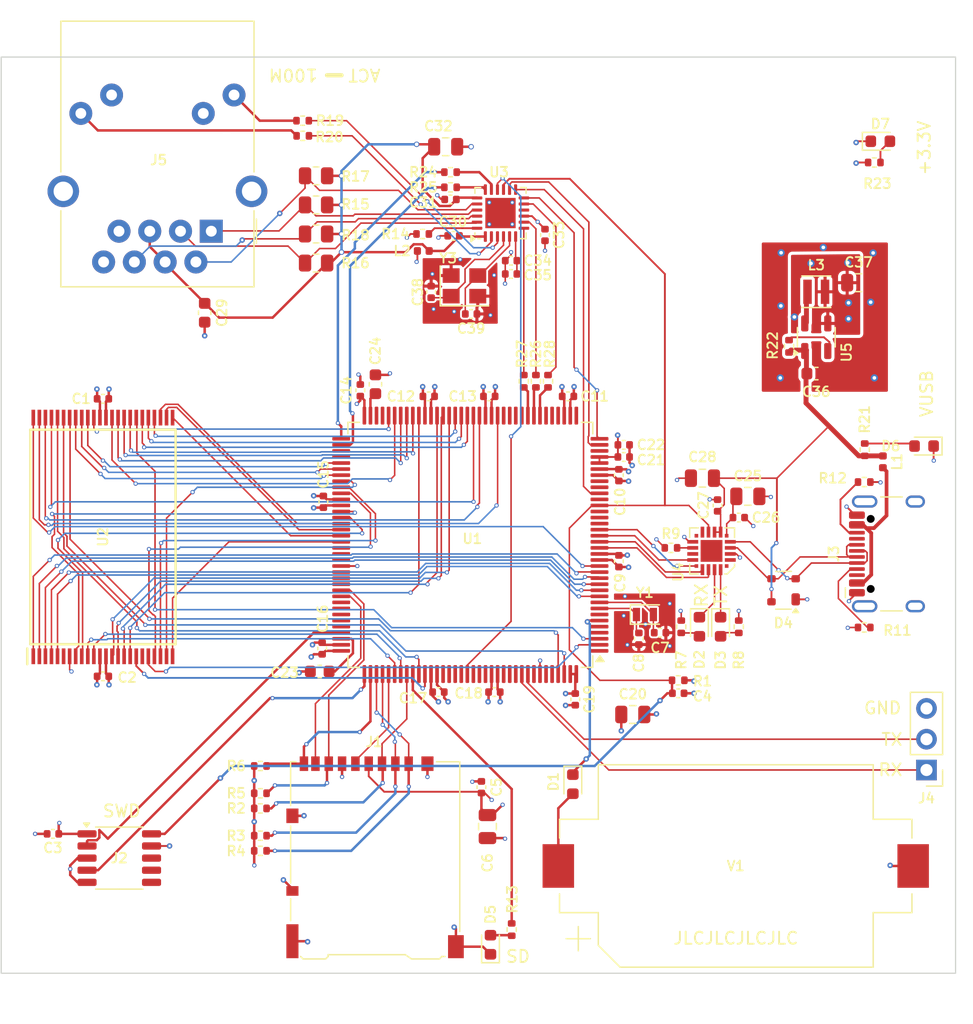
<source format=kicad_pcb>
(kicad_pcb (version 20240108) (generator "pcbnew") (generator_version "8.0")
  (layers (0 "F.Cu" signal) (1 "In1.Cu" power) (2 "In2.Cu" power) (31 "B.Cu" signal) (34 "B.Paste" user) (35 "F.Paste" user) (36 "B.SilkS" user "B.Silkscreen") (37 "F.SilkS" user "F.Silkscreen") (38 "B.Mask" user) (39 "F.Mask" user) (44 "Edge.Cuts" user))
  (net 0 "")
  (net 1 "GND")
  (net 2 "+3.3V")
  (net 3 "/Ethernet/~{RESET}")
  (net 4 "Net-(U1A-RCC_OSC32_OUT)")
  (net 5 "Net-(U1A-RCC_OSC32_IN)")
  (net 6 "Net-(C23-Pad1)")
  (net 7 "Net-(C24-Pad1)")
  (net 8 "Net-(U4-VDD)")
  (net 9 "VBUS")
  (net 10 "Net-(J5-RCT)")
  (net 11 "Net-(U3-VDDCR)")
  (net 12 "Net-(U3-XTAL2)")
  (net 13 "Net-(U3-XTAL1{slash}CLKIN)")
  (net 14 "Net-(D1-A)")
  (net 15 "Net-(D1-K)")
  (net 16 "Net-(D2-A)")
  (net 17 "Net-(D2-K)")
  (net 18 "Net-(D3-A)")
  (net 19 "Net-(D3-K)")
  (net 20 "Net-(U4-D+)")
  (net 21 "Net-(U4-D-)")
  (net 22 "Net-(D5-A)")
  (net 23 "Net-(D6-A)")
  (net 24 "Net-(D7-A)")
  (net 25 "Net-(J1-DAT0)")
  (net 26 "Net-(J1-CLK)")
  (net 27 "Net-(J1-CMD)")
  (net 28 "/SDIO, Debug/~{CARD_DET}")
  (net 29 "Net-(J1-DAT1)")
  (net 30 "Net-(J1-DAT2)")
  (net 31 "Net-(J1-DAT3{slash}CD)")
  (net 33 "/SDIO, Debug/SWCLK")
  (net 34 "/SDIO, Debug/SWDIO")
  (net 37 "Net-(J3-CC1)")
  (net 38 "Net-(J3-VBUS-PadA4)")
  (net 41 "Net-(J3-CC2)")
  (net 42 "/UART, UCB VCP, VBUS/RXD")
  (net 43 "/UART, UCB VCP, VBUS/TXD")
  (net 44 "Net-(J5-TD-)")
  (net 45 "Net-(J5-PadL1)")
  (net 47 "Net-(J5-RD-)")
  (net 48 "Net-(J5-RD+)")
  (net 49 "Net-(J5-TD+)")
  (net 50 "Net-(J5-PadL4)")
  (net 51 "Net-(U5-SW)")
  (net 52 "Net-(U4-~{WAKEUP})")
  (net 53 "/SDIO, Debug/CARD_ACT")
  (net 54 "Net-(U3-RBIAS)")
  (net 55 "Net-(U3-LED1{slash}REGOFF)")
  (net 56 "Net-(U3-LED2{slash}~{INTSEL})")
  (net 57 "Net-(U5-EN)")
  (net 58 "Net-(U3-TXD0)")
  (net 59 "Net-(U1C-ETH_TXD0)")
  (net 60 "Net-(U3-TXD1)")
  (net 61 "Net-(U1C-ETH_TXD1)")
  (net 62 "Net-(U3-RXD0{slash}MODE0)")
  (net 63 "Net-(U1C-ETH_RXD0)")
  (net 64 "Net-(U3-RXD1{slash}MODE1)")
  (net 65 "Net-(U1C-ETH_RXD1)")
  (net 66 "Net-(U1C-ETH_CRS_DV)")
  (net 67 "Net-(U3-CRS_DV{slash}MODE2)")
  (net 68 "/SRAM/D15")
  (net 71 "/SRAM/D0")
  (net 72 "/SRAM/D13")
  (net 73 "Net-(U1C-ETH_REF_CLK)")
  (net 74 "/SRAM/~{UB}")
  (net 75 "/SRAM/A9")
  (net 76 "/SRAM/D10")
  (net 77 "Net-(U1C-ETH_TX_EN)")
  (net 78 "/SRAM/A7")
  (net 81 "/SRAM/~{OE}")
  (net 82 "/SRAM/A16")
  (net 85 "/SRAM/A0")
  (net 86 "Net-(U1G-UART7_CTS)")
  (net 91 "/SRAM/D9")
  (net 93 "/SRAM/D14")
  (net 95 "Net-(U1G-UART7_TX)")
  (net 98 "/SRAM/A3")
  (net 99 "Net-(U1C-ETH_MDC)")
  (net 100 "/SRAM/A19")
  (net 102 "/SRAM/D4")
  (net 103 "/SRAM/D7")
  (net 106 "/SRAM/D1")
  (net 108 "/SRAM/A10")
  (net 109 "/SRAM/D11")
  (net 110 "/SRAM/D3")
  (net 118 "/SRAM/A11")
  (net 121 "/SRAM/A18")
  (net 122 "/SRAM/A13")
  (net 123 "Net-(U1G-UART7_RTS)")
  (net 125 "/SRAM/A20")
  (net 127 "/SRAM/~{LB}")
  (net 128 "/SRAM/A6")
  (net 131 "Net-(U1C-ETH_MDIO)")
  (net 132 "/SRAM/A1")
  (net 135 "/SRAM/A5")
  (net 136 "/SRAM/A14")
  (net 141 "/SRAM/D6")
  (net 142 "/SRAM/D8")
  (net 143 "/SRAM/D2")
  (net 144 "/SRAM/D12")
  (net 145 "Net-(U1G-UART7_RX)")
  (net 149 "/SRAM/A17")
  (net 151 "/SRAM/A2")
  (net 154 "/SRAM/A12")
  (net 157 "/SRAM/D5")
  (net 159 "/SRAM/~{WE}")
  (net 160 "/SRAM/A15")
  (net 162 "/SRAM/A8")
  (net 163 "/SRAM/A4")
  (footprint "Resistor_SMD:R_0402_1005Metric" (layer "F.Cu") (at 175.15 53.369 -90)
    (property "Reference" "R22")
    (property "Value" "47k")
  )
  (footprint "Capacitor_SMD:C_0603_1608Metric" (layer "F.Cu") (at 141 56.5 90)
    (property "Reference" "C24")
    (property "Value" "2.2uF")
  )
  (footprint "Diode_SMD:D_0603_1608Metric" (layer "F.Cu") (at 186.3 61.6 180)
    (property "Reference" "D6")
    (property "Value" "GRN")
  )
  (footprint "Resistor_SMD:R_0402_1005Metric" (layer "F.Cu") (at 181.4 61.9 90)
    (property "Reference" "R21")
    (property "Value" "33k")
  )
  (footprint "Capacitor_SMD:C_0402_1005Metric" (layer "F.Cu") (at 169.25 66.5 90)
    (property "Reference" "C27")
    (property "Value" "0.1µF")
  )
  (footprint "Resistor_SMD:R_0402_1005Metric" (layer "F.Cu") (at 181.355 64.57)
    (property "Reference" "R12")
    (property "Value" "5.1k")
  )
  (footprint "Capacitor_SMD:C_0402_1005Metric" (layer "F.Cu") (at 171 67.5)
    (property "Reference" "C26")
    (property "Value" "0.1µF")
  )
  (footprint "Resistor_SMD:R_0402_1005Metric" (layer "F.Cu") (at 155.25 56.25 90)
    (property "Reference" "R28")
    (property "Value" "100")
  )
  (footprint "Resistor_SMD:R_0805_2012Metric" (layer "F.Cu") (at 136.1 44.1)
    (property "Reference" "R18")
    (property "Value" "49.9 1/4W+")
  )
  (footprint "Connector_PinHeader_2.54mm:PinHeader_1x03_P2.54mm_Vertical" (layer "F.Cu") (at 186.5 88.33 180)
    (property "Reference" "J4")
    (property "Value" "SERIAL1")
  )
  (footprint "Capacitor_SMD:C_0402_1005Metric" (layer "F.Cu") (at 136.6 78.3 90)
    (property "Reference" "C16")
    (property "Value" "0.1uF")
  )
  (footprint "Capacitor_SMD:C_0805_2012Metric" (layer "F.Cu") (at 171.75 65.75)
    (property "Reference" "C25")
    (property "Value" "4.7µF")
  )
  (footprint "Capacitor_SMD:C_0402_1005Metric" (layer "F.Cu") (at 147.2 41.25 180)
    (property "Reference" "C31")
    (property "Value" "0.1uF")
  )
  (footprint "Capacitor_SMD:C_0805_2012Metric" (layer "F.Cu") (at 168 64.25 180)
    (property "Reference" "C28")
    (property "Value" "4.7µF")
  )
  (footprint "Resistor_SMD:R_0402_1005Metric" (layer "F.Cu") (at 152.25 101.5 -90)
    (property "Reference" "R13")
    (property "Value" "15k")
  )
  (footprint "Capacitor_SMD:C_0805_2012Metric" (layer "F.Cu") (at 146.8 36.9)
    (property "Reference" "C32")
    (property "Value" "4.7uF")
  )
  (footprint "Connector_Card:microSD_HC_Hirose_DM3AT-SF-PEJM5" (layer "F.Cu") (at 140.97 95.535)
    (property "Reference" "J1")
    (property "Value" "Micro_SD_Card_Det_Hirose_DM3AT")
  )
  (footprint "Resistor_SMD:R_0402_1005Metric" (layer "F.Cu") (at 165.4 70)
    (property "Reference" "R9")
    (property "Value" "15k")
  )
  (footprint "Package_DFN_QFN:VQFN-24-1EP_4x4mm_P0.5mm_EP2.5x2.5mm" (layer "F.Cu") (at 151.325 42.375 90)
    (property "Reference" "U3")
    (property "Value" "LAN8720A")
  )
  (footprint "Capacitor_SMD:C_0805_2012Metric" (layer "F.Cu") (at 180.9 48.119)
    (property "Reference" "C37")
    (property "Value" "22µF 25V")
  )
  (footprint "Capacitor_SMD:C_0402_1005Metric" (layer "F.Cu") (at 148.9 50.7)
    (property "Reference" "C39")
    (property "Value" "34pF")
  )
  (footprint "Capacitor_SMD:C_0402_1005Metric" (layer "F.Cu") (at 145.4 57.5)
    (property "Reference" "C12")
    (property "Value" "0.1uF")
  )
  (footprint "Capacitor_SMD:C_0402_1005Metric" (layer "F.Cu") (at 161.1 71.1 -90)
    (property "Reference" "C9")
    (property "Value" "0.1uF")
  )
  (footprint "Capacitor_SMD:C_0402_1005Metric" (layer "F.Cu") (at 161.1 64 90)
    (property "Reference" "C10")
    (property "Value" "0.1uF")
  )
  (footprint "Connector_USB:USB_C_Receptacle_HCTL_HC-TYPE-C-16P-01A" (layer "F.Cu") (at 184.5 70.5 90)
    (property "Reference" "J3")
    (property "Value" "USB_C_USB2.0_16P")
  )
  (footprint "Resistor_SMD:R_0402_1005Metric" (layer "F.Cu") (at 182.19 38.2)
    (property "Reference" "R23")
    (property "Value" "15k")
  )
  (footprint "Capacitor_SMD:C_0603_1608Metric" (layer "F.Cu") (at 177.4 55.619)
    (property "Reference" "C36")
    (property "Value" "10µF 16V")
  )
  (footprint "Resistor_SMD:R_0402_1005Metric" (layer "F.Cu") (at 131.5 91.5)
    (property "Reference" "R2")
    (property "Value" "15k")
  )
  (footprint "Resistor_SMD:R_0805_2012Metric" (layer "F.Cu") (at 136.1 46.5)
    (property "Reference" "R16")
    (property "Value" "49.9 1/4W+")
  )
  (footprint "Package_SO:SOIC-10_3.9x4.9mm_P1mm" (layer "F.Cu") (at 119.85 95.6)
    (property "Reference" "J2")
    (property "Value" "ARM JTAG")
  )
  (footprint "Battery:BatteryHolder_Keystone_1060_1x2032" (layer "F.Cu") (at 170.75 96.25)
    (property "Reference" "V1")
    (property "Value" "CR2032")
  )
  (footprint "Connector_RJ:RJ45_Amphenol_RJMG1BD3B8K1ANR" (layer "F.Cu") (at 127.445 43.87 180)
    (property "Reference" "J5")
    (property "Value" "RJ45")
  )
  (footprint "Capacitor_SMD:C_0805_2012Metric" (layer "F.Cu") (at 150.25 93 -90)
    (property "Reference" "C6")
    (property "Value" "4.7uF")
  )
  (footprint "Inductor_SMD:L_0402_1005Metric" (layer "F.Cu") (at 144.95 45.5)
    (property "Reference" "L2")
    (property "Value" "33Ω @ 100MHz 400mA 240mΩ")
  )
  (footprint "Diode_SMD:D_0603_1608Metric" (layer "F.Cu") (at 169.5 76.51 -90)
    (property "Reference" "D3")
    (property "Value" "GRN")
  )
  (footprint "Capacitor_SMD:C_0402_1005Metric" (layer "F.Cu") (at 161.5 62.5)
    (property "Reference" "C21")
    (property "Value" "0.1uF")
  )
  (footprint "Package_TO_SOT_SMD:SOT-143" (layer "F.Cu") (at 174.7 73.5 180)
    (property "Reference" "D4")
    (property "Value" "SP0503BAHT")
  )
  (footprint "Resistor_SMD:R_0402_1005Metric" (layer "F.Cu") (at 131.5 90.25)
    (property "Reference" "R5")
    (property "Value" "15k")
  )
  (footprint "Capacitor_SMD:C_0402_1005Metric" (layer "F.Cu") (at 118.5 80.6)
    (property "Reference" "C2")
    (property "Value" "0.1uF")
  )
  (footprint "Package_QFP:LQFP-144_20x20mm_P0.5mm" (layer "F.Cu") (at 148.8375 69.75 180)
    (property "Reference" "U1")
    (property "Value" "STM32H753ZIT6")
  )
  (footprint "Resistor_SMD:R_0402_1005Metric" (layer "F.Cu") (at 154.25 56.25 90)
    (property "Reference" "R26")
    (property "Value" "100")
  )
  (footprint "Crystal:Crystal_SMD_2012-2Pin_2.0x1.2mm" (layer "F.Cu") (at 163.25 75.5)
    (property "Reference" "Y1")
    (property "Value" "ABS06W-32.768kHz-D-2-T DISC")
  )
  (footprint "CP2102N-QFN:CP2102N-QFN20" (layer "F.Cu") (at 168.75 70.25 180)
    (property "Reference" "U4")
    (property "Value" "CP2102N")
  )
  (footprint "Capacitor_SMD:C_0402_1005Metric" (layer "F.Cu") (at 136.7 66.2 90)
    (property "Reference" "C15")
    (property "Value" "0.1uF")
  )
  (footprint "Resistor_SMD:R_0805_2012Metric" (layer "F.Cu") (at 136.1 41.7)
    (property "Reference" "R15")
    (property "Value" "49.9 1/4W+")
  )
  (footprint "Resistor_SMD:R_0402_1005Metric" (layer "F.Cu") (at 166.25 76.51 -90)
    (property "Reference" "R7")
    (property "Value" "15k")
  )
  (footprint "Capacitor_SMD:C_0402_1005Metric" (layer "F.Cu") (at 155 44.18 -90)
    (property "Reference" "C33")
    (property "Value" "0.1uF")
  )
  (footprint "Inductor_SMD:L_0402_1005Metric" (layer "F.Cu") (at 182.9 62.9 -90)
    (property "Reference" "L1")
    (property "Value" "33Ω @ 100MHz 400mA 240mΩ")
  )
  (footprint "Resistor_SMD:R_0402_1005Metric" (layer "F.Cu") (at 135 36 180)
    (property "Reference" "R20")
    (property "Value" "100")
  )
  (footprint "Resistor_SMD:R_0402_1005Metric" (layer "F.Cu") (at 131.5 93.75)
    (property "Reference" "R3")
    (property "Value" "15k")
  )
  (footprint "Capacitor_SMD:C_0402_1005Metric" (layer "F.Cu") (at 145.6 48.88 90)
    (property "Reference" "C38")
    (property "Value" "34pF")
  )
  (footprint "Resistor_SMD:R_0402_1005Metric" (layer "F.Cu") (at 181.355 76.57 180)
    (property "Reference" "R11")
    (property "Value" "5.1k")
  )
  (footprint "Capacitor_SMD:C_0402_1005Metric" (layer "F.Cu") (at 147.45 44.25 180)
    (property "Reference" "C30")
    (property "Value" "0.1uF")
  )
  (footprint "Diode_SMD:D_0603_1608Metric" (layer "F.Cu") (at 167.75 76.51 -90)
    (property "Reference" "D2")
    (property "Value" "GRN")
  )
  (footprint "Capacitor_SMD:C_0603_1608Metric" (layer "F.Cu") (at 126.9 50.6 -90)
    (property "Reference" "C29")
    (property "Value" "10µF 16V")
  )
  (footprint "Resistor_SMD:R_0402_1005Metric" (layer "F.Cu") (at 147.2 39)
    (property "Reference" "R24")
    (property "Value" "100")
  )
  (footprint "Capacitor_SMD:C_0402_1005Metric" (layer "F.Cu") (at 152.2 47.4 180)
    (property "Reference" "C35")
    (property "Value" "1uF")
  )
  (footprint "SOP50P2000X120-48N:SOP50P2000X120-48N" (layer "F.Cu") (at 118.5 69.1 90)
    (property "Reference" "U2")
    (property "Value" "IS61WV204816BLL-10TLI" (hide yes))
  )
  (footprint "Capacitor_SMD:C_0805_2012Metric" (layer "F.Cu") (at 162.25 83.75)
    (property "Reference" "C20")
    (property "Value" "4.7uF")
  )
  (footprint "Resistor_SMD:R_0402_1005Metric" (layer "F.Cu") (at 144.9 44.1 180)
    (property "Reference" "R14")
    (property "Value" "12.1k")
  )
  (footprint "Capacitor_SMD:C_0402_1005Metric" (layer "F.Cu") (at 157.5 82.5 -90)
    (property "Reference" "C19")
    (property "Value" "0.1uF")
  )
  (footprint "Diode_SMD:D_0603_1608Metric" (layer "F.Cu") (at 182.69 36.45)
    (property "Reference" "D7")
    (property "Value" "GRN")
  )
  (footprint "Crystal:Crystal_SMD_3225-4Pin_3.2x2.5mm" (layer "F.Cu") (at 148.35 48.38)
    (property "Reference" "Y3")
    (property "Value" "25MHz")
  )
  (footprint "Resistor_SMD:R_0402_1005Metric" (layer "F.Cu") (at 134.99 34.75)
    (property "Reference" "R19")
    (property "Value" "100")
  )
  (footprint "Capacitor_SMD:C_0402_1005Metric" (layer "F.Cu") (at 139.75 57 90)
    (property "Reference" "C14")
    (property "Value" "0.1uF")
  )
  (footprint "Diode_SMD:D_0603_1608Metric" (layer "F.Cu") (at 157.3 89.5 -90)
    (property "Reference" "D1")
    (property "Value" "30V 100mA")
  )
  (footprint "Capacitor_SMD:C_0402_1005Metric" (layer "F.Cu") (at 156.9 57.5)
    (property "Reference" "C11")
    (property "Value" "0.1uF")
  )
  (footprint "Resistor_SMD:R_0402_1005Metric" (layer "F.Cu") (at 131.5 95)
    (property "Reference" "R4")
    (property "Value" "15k")
  )
  (footprint "Capacitor_SMD:C_0402_1005Metric" (layer "F.Cu") (at 114.37 93.6 180)
    (property "Reference" "C3")
    (property "Value" "500nF")
  )
  (footprint "Resistor_SMD:R_0402_1005Metric" (layer "F.Cu") (at 166 80.93 180)
    (property "Reference" "R1")
    (property "Value" "15k")
  )
  (footprint "Inductor_SMD:L_Taiyo-Yuden_NR-24xx" (layer "F.Cu") (at 177.4 48.869)
    (property "Reference" "L3")
    (property "Value" "2.2µH 70MHz+ 1A+ 0.5Ω-")
  )
  (footprint "Capacitor_SMD:C_0402_1005Metric" (layer "F.Cu") (at 166 82)
    (property "Reference" "C4")
    (property "Value" "0.1uF")
  )
  (footprint "Capacitor_SMD:C_0402_1005Metric" (layer "F.Cu") (at 152.2 46.3 180)
    (property "Reference" "C34")
    (property "Value" "470pF")
  )
  (footprint "Capacitor_SMD:C_0402_1005Metric" (layer "F.Cu") (at 146.2 81.9 180)
    (property "Reference" "C17")
    (property "Value" "0.1uF")
  )
  (footprint "Capacitor_SMD:C_0402_1005Metric" (layer "F.Cu") (at 164.5 77)
    (property "Reference" "C7")
    (property "Value" "1pF")
  )
  (footprint "Package_TO_SOT_SMD:TSOT-23-5" (layer "F.Cu") (at 177.4 52.619 90)
    (property "Reference" "U5")
    (property "Value" "LM3671 3.3V")
  )
  (footprint "Resistor_SMD:R_0402_1005Metric" (layer "F.Cu") (at 171 76.51 -90)
    (property "Reference" "R8")
    (property "Value" "15k")
  )
  (footprint "Capacitor_SMD:C_0402_1005Metric" (layer "F.Cu") (at 149.75 89.75 90)
    (property "Reference" "C5")
    (property "Value" "0.1uF")
  )
  (footprint "Capacitor_SMD:C_0603_1608Metric" (layer "F.Cu") (at 136.4 80.2 180)
    (property "Reference" "C23")
    (property "Value" "2.2uF")
  )
  (footprint "Capacitor_SMD:C_0402_1005Metric" (layer "F.Cu") (at 161.5 61.5)
    (property "Reference" "C22")
    (property "Value" "1uF")
  )
  (footprint "Resistor_SMD:R_0402_1005Metric" (layer "F.Cu") (at 131.5 88)
    (property "Reference" "R6")
    (property "Value" "15k")
  )
  (footprint "Capacitor_SMD:C_0402_1005Metric" (layer "F.Cu") (at 150.4 57.5)
    (property "Reference" "C13")
    (property "Value" "0.1uF")
  )
  (footprint "Resistor_SMD:R_0805_2012Metric" (layer "F.Cu") (at 136.1 39.3)
    (property "Reference" "R17")
    (property "Value" "49.9 1/4W+")
  )
  (footprint "Resistor_SMD:R_0402_1005Metric" (layer "F.Cu") (at 153.25 56.25 90)
    (property "Reference" "R27")
    (property "Value" "100")
  )
  (footprint "Diode_SMD:D_0603_1608Metric" (layer "F.Cu") (at 150.5 102.75 90)
    (property "Reference" "D5")
    (property "Value" "GRN")
  )
  (footprint "Capacitor_SMD:C_0402_1005Metric" (layer "F.Cu") (at 162.75 77.5 -90)
    (property "Reference" "C8")
    (property "Value" "1pF")
  )
  (footprint "Resistor_SMD:R_0402_1005Metric" (layer "F.Cu") (at 147.2 40.25)
    (property "Reference" "R25")
    (property "Value" "100")
  )
  (footprint "Capacitor_SMD:C_0402_1005Metric" (layer "F.Cu") (at 150.82 81.9 180)
    (property "Reference" "C18")
    (property "Value" "0.1uF")
  )
  (footprint "Capacitor_SMD:C_0402_1005Metric" (layer "F.Cu") (at 118.5 57.7)
    (property "Reference" "C1")
    (property "Value" "0.1uF")
  )
  (gr_line (start 137 31) (end 138.2 31) (stroke (width 0.35)) (layer "F.SilkS"))
  (gr_rect (start 110.1 29.5) (end 188.9 105.1) (stroke (width 0.1)) (fill none) (layer "Edge.Cuts"))
  (gr_text "RX" (at 184.6 88.9 0) (layer "F.SilkS") (effects (font (size 1 1)) (justify right bottom)))
  (gr_text "RX" (at 168.5 75 90) (layer "F.SilkS") (effects (font (size 1 1)) (justify left bottom)))
  (gr_text "VUSB" (at 187.1 59.3 90) (layer "F.SilkS") (effects (font (size 1 1)) (justify left bottom)))
  (gr_text "GND" (at 184.5 83.8 0) (layer "F.SilkS") (effects (font (size 1 1)) (justify right bottom)))
  (gr_text "JLCJLCJLCJLC" (at 176 102.8 0) (layer "F.SilkS") (effects (font (size 1 1)) (justify right bottom)))
  (gr_text "SWD" (at 121.7 92.3 0) (layer "F.SilkS") (effects (font (size 1 1)) (justify right bottom)))
  (gr_text "SD" (at 151.7 104.3 0) (layer "F.SilkS") (effects (font (size 1 1)) (justify left bottom)))
  (gr_text "ACT" (at 141.5 30.39825 180) (layer "F.SilkS") (effects (font (size 1 1)) (justify left bottom)))
  (gr_text "+3.3V" (at 186.9 37 90) (layer "F.SilkS") (effects (font (size 1 1)) (justify bottom)))
  (gr_text "100M" (at 132.1 30.39825 180) (layer "F.SilkS") (effects (font (size 1 1)) (justify right bottom)))
  (gr_text "TX" (at 170.1 74.9 90) (layer "F.SilkS") (effects (font (size 1 1)) (justify left bottom)))
  (gr_text "TX" (at 184.6 86.4 0) (layer "F.SilkS") (effects (font (size 1 1)) (justify right bottom)))
  (segment (start 157.38 57.5) (end 157.38 56.72) (width 0.2032) (layer "F.Cu") (net 1))
  (segment (start 166.9 69.5) (end 166.5 69.1) (width 0.127) (layer "F.Cu") (net 1))
  (segment (start 116.400001 95.6) (end 115.8 96.200001) (width 0.2032) (layer "F.Cu") (net 1))
  (segment (start 172.7 65.75) (end 173.5988 65.75) (width 0.127) (layer "F.Cu") (net 1))
  (segment (start 150.5875 59.0875) (end 150.5875 57.7925) (width 0.2032) (layer "F.Cu") (net 1))
  (segment (start 136.78 78) (end 136.6 77.82) (width 0.2032) (layer "F.Cu") (net 1))
  (segment (start 150.5875 81.6525) (end 150.34 81.9) (width 0.2032) (layer "F.Cu") (net 1))
  (segment (start 151.65 93.95) (end 151.7 94) (width 0.2032) (layer "F.Cu") (net 1))
  (segment (start 149.75 89.27) (end 149.03 89.27) (width 0.2032) (layer "F.Cu") (net 1))
  (segment (start 118.98 57.7) (end 118.98 56.92) (width 0.2032) (layer "F.Cu") (net 1))
  (segment (start 152.2 45.82) (end 152.2 45.6) (width 0.127) (layer "F.Cu") (net 1))
  (segment (start 157.38 56.72) (end 157.4 56.7) (width 0.2032) (layer "F.Cu") (net 1))
  (segment (start 118.75 78.95) (end 118.75 80.37) (width 0.2032) (layer "F.Cu") (net 1))
  (segment (start 115.8 96.5) (end 115.8 96.999999) (width 0.2032) (layer "F.Cu") (net 1))
  (segment (start 144.39 44.1) (end 143.9 44.1) (width 0.1524) (layer "F.Cu") (net 1))
  (segment (start 145.295 87.81) (end 145.295 88.9) (width 0.2032) (layer "F.Cu") (net 1))
  (segment (start 146.45 41.25) (end 146.1 40.9) (width 0.1524) (layer "F.Cu") (net 1))
  (segment (start 175.7 74.25) (end 176.649988 74.25) (width 0.1524) (layer "F.Cu") (net 1))
  (segment (start 146.72 41.25) (end 146.45 41.25) (width 0.1524) (layer "F.Cu") (net 1))
  (segment (start 171.5 67.5) (end 172.2 68.2) (width 0.127) (layer "F.Cu") (net 1))
  (segment (start 118.75 80.37) (end 118.98 80.6) (width 0.2032) (layer "F.Cu") (net 1))
  (segment (start 187.0875 62.787492) (end 187.1 62.799992) (width 0.1524) (layer "F.Cu") (net 1))
  (segment (start 145.88 56.72) (end 145.9 56.7) (width 0.2032) (layer "F.Cu") (net 1))
  (segment (start 156.72 82.98) (end 156.7 83) (width 0.2032) (layer "F.Cu") (net 1))
  (segment (start 150.88 56.72) (end 150.9 56.7) (width 0.2032) (layer "F.Cu") (net 1))
  (segment (start 167.2 69.5) (end 166.9 69.5) (width 0.127) (layer "F.Cu") (net 1))
  (segment (start 126.9 51.375) (end 126.9 52.5) (width 0.2032) (layer "F.Cu") (net 1))
  (segment (start 150.25 93.95) (end 151.65 93.95) (width 0.2032) (layer "F.Cu") (net 1))
  (segment (start 138.175 71.5) (end 139.5 71.5) (width 0.1524) (layer "F.Cu") (net 1))
  (segment (start 161.88 71.58) (end 161.9 71.6) (width 0.2032) (layer "F.Cu") (net 1))
  (segment (start 180.03 76.57) (end 180 76.6) (width 0.127) (layer "F.Cu") (net 1))
  (segment (start 167.05 64.25) (end 166.05 64.25) (width 0.127) (layer "F.Cu") (net 1))
  (segment (start 151.72 46.3) (end 152.2 45.82) (width 0.127) (layer "F.Cu") (net 1))
  (segment (start 118.75 59.25) (end 118.75 57.93) (width 0.2032) (layer "F.Cu") (net 1))
  (segment (start 151.72 47.4) (end 151.72 46.3) (width 0.127) (layer "F.Cu") (net 1))
  (segment (start 150.5875 80.4125) (end 150.5875 81.6525) (width 0.2032) (layer "F.Cu") (net 1))
  (segment (start 135.98 77.82) (end 135.8 78) (width 0.2032) (layer "F.Cu") (net 1))
  (segment (start 173.5988 65.75) (end 173.6488 65.8) (width 0.127) (layer "F.Cu") (net 1))
  (segment (start 161.1 63.52) (end 161.72 63.52) (width 0.2032) (layer "F.Cu") (net 1))
  (segment (start 150.34 81.9) (end 150.34 82.66) (width 0.2032) (layer "F.Cu") (net 1))
  (segment (start 145.88 57.5) (end 145.88 56.72) (width 0.2032) (layer "F.Cu") (net 1))
  (segment (start 138.175 78) (end 136.78 78) (width 0.2032) (layer "F.Cu") (net 1))
  (segment (start 187.0875 61.6) (end 187.0875 62.787492) (width 0.1524) (layer "F.Cu") (net 1))
  (segment (start 134.145 92.11) (end 135.09 92.11) (width 0.2032) (layer "F.Cu") (net 1))
  (segment (start 122.5125 94.6) (end 124 94.6) (width 0.1524) (layer "F.Cu") (net 1))
  (segment (start 149.8725 102.91) (end 150.5 103.5375) (width 0.2032) (layer "F.Cu") (net 1))
  (segment (start 171.48 67.5) (end 171.5 67.5) (width 0.127) (layer "F.Cu") (net 1))
  (segment (start 135.625 80.2) (end 134.8 80.2) (width 0.2032) (layer "F.Cu") (net 1))
  (segment (start 180.1 74.355) (end 180.1 74.4) (width 0.1524) (layer "F.Cu") (net 1))
  (segment (start 134.8 80.2) (end 134.7 80.3) (width 0.2032) (layer "F.Cu") (net 1))
  (segment (start 139.75 55.85) (end 139.6 55.7) (width 0.2032) (layer "F.Cu") (net 1))
  (segment (start 142.075 55.725) (end 142.2 55.6) (width 0.2032) (layer "F.Cu") (net 1))
  (segment (start 163.2 83.75) (end 164.149999 83.75) (width 0.2032) (layer "F.Cu") (net 1))
  (segment (start 170.8 70.5) (end 171.1 70.8) (width 0.127) (layer "F.Cu") (net 1))
  (segment (start 161.08 63.5) (end 161.1 63.52) (width 0.2032) (layer "F.Cu") (net 1))
  (segment (start 161.98 62.98) (end 162.2 63.2) (width 0.2032) (layer "F.Cu") (net 1))
  (segment (start 151.72 47.4) (end 151.72 48.18) (width 0.127) (layer "F.Cu") (net 1))
  (segment (start 116.400001 97.6) (end 117.1875 97.6) (width 0.2032) (layer "F.Cu") (net 1))
  (segment (start 118.75 57.93) (end 118.98 57.7) (width 0.2032) (layer "F.Cu") (net 1))
  (segment (start 161.98 62.5) (end 161.98 61.5) (width 0.2032) (layer "F.Cu") (net 1))
  (segment (start 180.755 67.3) (end 180.6 67.3) (width 0.1524) (layer "F.Cu") (net 1))
  (segment (start 113.89 93.6) (end 112.9 93.6) (width 0.2032) (layer "F.Cu") (net 1))
  (segment (start 160.52 71) (end 161.1 71.58) (width 0.2032) (layer "F.Cu") (net 1))
  (segment (start 154.5875 79.3125) (end 154.6 79.3) (width 0.127) (layer "F.Cu") (net 1))
  (segment (start 151.72 48.18) (end 151.7 48.2) (width 0.127) (layer "F.Cu") (net 1))
  (segment (start 136.98 66) (end 136.7 65.72) (width 0.2032) (layer "F.Cu") (net 1))
  (segment (start 157.0875 59.0875) (end 157.0875 57.7925) (width 0.2032) (layer "F.Cu") (net 1))
  (segment (start 138.175 66) (end 136.98 66) (width 0.2032) (layer "F.Cu") (net 1))
  (segment (start 134.145 98.31) (end 134.145 98.145) (width 0.2032) (layer "F.Cu") (net 1))
  (segment (start 146.97 44.25) (end 146.35 44.25) (width 0.1524) (layer "F.Cu") (net 1))
  (segment (start 145.5875 59.0875) (end 145.5875 57.7925) (width 0.2032) (layer "F.Cu") (net 1))
  (segment (start 181.9025 36.45) (end 180.79 36.45) (width 0.1524) (layer "F.Cu") (net 1))
  (segment (start 135.36 102.46) (end 135.4 102.5) (width 0.2032) (layer "F.Cu") (net 1))
  (segment (start 180.755 73.7) (end 180.1 74.355) (width 0.1524) (layer "F.Cu") (net 1))
  (segment (start 118.98 80.6) (end 118.98 81.28) (width 0.2032) (layer "F.Cu") (net 1))
  (segment (start 180.845 76.57) (end 180.03 76.57) (width 0.127) (layer "F.Cu") (net 1))
  (segment (start 150.5875 57.7925) (end 150.88 57.5) (width 0.2032) (layer "F.Cu") (net 1))
  (segment (start 166.48 82) (end 167.3 82) (width 0.2032) (layer "F.Cu") (net 1))
  (segment (start 143.9 44.1) (end 143.6 44.4) (width 0.1524) (layer "F.Cu") (net 1))
  (segment (start 115.75 78.95) (end 115.75 80.05) (width 0.127) (layer "F.Cu") (net 1))
  (segment (start 150.88 57.5) (end 150.88 56.72) (width 0.2032) (layer "F.Cu") (net 1))
  (segment (start 161.72 63.52) (end 161.9 63.7) (width 0.2032) (layer "F.Cu") (net 1))
  (segment (start 118.98 81.28) (end 119 81.3) (width 0.2032) (layer "F.Cu") (net 1))
  (segment (start 147.645 101.445) (end 147.5 101.3) (width 0.2032) (layer "F.Cu") (net 1))
  (segment (start 183.55 96.25) (end 183.5 96.2) (width 0.2032) (layer "F.Cu") (net 1))
  (segment (start 145.5875 81.7675) (end 145.72 81.9) (width 0.2032) (layer "F.Cu") (net 1))
  (segment (start 164.149999 83.75) (end 164.200001 83.699998) (width 0.2032) (layer "F.Cu") (net 1))
  (segment (start 161.98 62.5) (end 161.98 62.98) (width 0.2032) (layer "F.Cu") (net 1))
  (segment (start 150.34 82.66) (end 150.3 82.7) (width 0.2032) (layer "F.Cu") (net 1))
  (segment (start 115.75 80.05) (end 115.9 80.2) (width 0.127) (layer "F.Cu") (net 1))
  (segment (start 154.5875 80.4125) (end 154.5875 79.3125) (width 0.127) (layer "F.Cu") (net 1))
  (segment (start 134.145 102.46) (end 135.36 102.46) (width 0.2032) (layer "F.Cu") (net 1))
  (segment (start 115.8 96.200001) (end 115.8 96.5) (width 0.2032) (layer "F.Cu") (net 1))
  (segment (start 134.145 98.145) (end 133.4 97.4) (width 0.2032) (layer "F.Cu") (net 1))
  (segment (start 181.865 64.57) (end 182.67 64.57) (width 0.1524) (layer "F.Cu") (net 1))
  (segment (start 159.5 71) (end 160.52 71) (width 0.2032) (layer "F.Cu") (net 1))
  (segment (start 180.6 67.3) (end 179.9 66.6) (width 0.1524) (layer "F.Cu") (net 1))
  (segment (start 117.1875 95.6) (end 116.400001 95.6) (width 0.2032) (layer "F.Cu") (net 1))
  (segment (start 176.649988 74.25) (end 176.649994 74.249994) (width 0.1524) (layer "F.Cu") (net 1))
  (segment (start 145.72 81.9) (end 145.72 82.22) (width 0.2032) (layer "F.Cu") (net 1))
  (segment (start 118.98 56.92) (end 119 56.9) (width 0.2032) (layer "F.Cu") (net 1))
  (segment (start 182.67 64.57) (end 182.7 64.6) (width 0.1524) (layer "F.Cu") (net 1))
  (segment (start 157.0875 57.7925) (end 157.38 57.5) (width 0.2032) (layer "F.Cu") (net 1))
  (segment (start 185.4 96.25) (end 183.55 96.25) (width 0.2032) (layer "F.Cu") (net 1))
  (segment (start 145.72 82.22) (end 146.2 82.7) (width 0.2032) (layer "F.Cu") (net 1))
  (segment (start 145.5875 57.7925) (end 145.88 57.5) (width 0.2032) (layer "F.Cu") (net 1))
  (segment (start 155 44.66) (end 155 45.48) (width 0.127) (layer "F.Cu") (net 1))
  (segment (start 147.645 102.91) (end 149.8725 102.91) (width 0.2032) (layer "F.Cu") (net 1))
  (segment (start 149.03 89.27) (end 149 89.3) (width 0.2032) (layer "F.Cu") (net 1))
  (segment (start 166.05 64.25) (end 165.9 64.4) (width 0.127) (layer "F.Cu") (net 1))
  (segment (start 115.8 96.999999) (end 116.400001 97.6) (width 0.2032) (layer "F.Cu") (net 1))
  (segment (start 157.5 82.98) (end 156.72 82.98) (width 0.2032) (layer "F.Cu") (net 1))
  (segment (start 147.645 102.91) (end 147.645 101.445) (width 0.2032) (layer "F.Cu") (net 1))
  (segment (start 147.75 36.9) (end 148.9 36.9) (width 0.2032) (layer "F.Cu") (net 1))
  (segment (start 161.1 71.58) (end 161.88 71.58) (width 0.2032) (layer "F.Cu") (net 1))
  (segment (start 170.3 70.5) (end 170.8 70.5) (width 0.127) (layer "F.Cu") (net 1))
  (segment (start 180.79 36.45) (end 180.69 36.55) (width 0.1524) (layer "F.Cu") (net 1))
  (segment (start 136.6 77.82) (end 135.98 77.82) (width 0.2032) (layer "F.Cu") (net 1))
  (segment (start 138.245 87.81) (end 138.245 88.900002) (width 0.2032) (layer "F.Cu") (net 1))
  (segment (start 141 55.725) (end 142.075 55.725) (width 0.2032) (layer "F.Cu") (net 1))
  (segment (start 139.75 56.52) (end 139.75 55.85) (width 0.2032) (layer "F.Cu") (net 1))
  (segment (start 136.7 65.72) (end 135.92 65.72) (width 0.2032) (layer "F.Cu") (net 1))
  (segment (start 169.25 66.02) (end 168.62 66.02) (width 0.127) (layer "F.Cu") (net 1))
  (segment (start 159.5 63.5) (end 161.08 63.5) (width 0.2032) (layer "F.Cu") (net 1))
  (segment (start 145.5875 80.4125) (end 145.5875 81.7675) (width 0.2032) (layer "F.Cu") (net 1))
  (segment (start 135.09 92.11) (end 135.1 92.1) (width 0.2032) (layer "F.Cu") (net 1))
  (segment (start 168.62 66.02) (end 168.6 66) (width 0.127) (layer "F.Cu") (net 1))
  (segment (start 146.35 44.25) (end 146.2 44.4) (width 0.1524) (layer "F.Cu") (net 1))
  (segment (start 135.92 65.72) (end 135.9 65.7) (width 0.2032) (layer "F.Cu") (net 1))
  (via (at 142.2 55.6) (size 0.35) (drill 0.2) (layers "F.Cu" "B.Cu") (net 1))
  (via (at 183.5 96.2) (size 0.45) (drill 0.2) (layers "F.Cu" "B.Cu") (net 1))
  (via (at 182.0948 45.6636) (size 0.6) (drill 0.3) (layers "F.Cu" "B.Cu") (net 1))
  (via (at 135.9 65.7) (size 0.45) (drill 0.2) (layers "F.Cu" "B.Cu") (net 1))
  (via (at 162.2 63.2) (size 0.45) (drill 0.2) (layers "F.Cu" "B.Cu") (net 1))
  (via (at 167.3 82) (size 0.45) (drill 0.2) (layers "F.Cu" "B.Cu") (net 1))
  (via (at 161.9 63.7) (size 0.45) (drill 0.2) (layers "F.Cu" "B.Cu") (net 1))
  (via (at 139.5 71.5) (size 0.35) (drill 0.2) (layers "F.Cu" "B.Cu") (net 1))
  (via (at 171.1 70.8) (size 0.35) (drill 0.2) (layers "F.Cu" "B.Cu") (net 1))
  (via (at 133.4 97.4) (size 0.45) (drill 0.2) (layers "F.Cu" "B.Cu") (net 1))
  (via (at 155 45.48) (size 0.35) (drill 0.2) (layers "F.Cu" "B.Cu") (net 1))
  (via (at 182.7 64.6) (size 0.35) (drill 0.2) (layers "F.Cu" "B.Cu") (net 1))
  (via (at 174.424 55.976) (size 0.6) (drill 0.3) (layers "F.Cu" "B.Cu") (net 1))
  (via (at 119 56.9) (size 0.45) (drill 0.2) (layers "F.Cu" "B.Cu") (net 1))
  (via (at 126.9 52.5) (size 0.45) (drill 0.2) (layers "F.Cu" "B.Cu") (net 1))
  (via (at 163.3 76.3) (size 0.35) (drill 0.2) (layers "F.Cu" "B.Cu") (net 1))
  (via (at 152.2 45.6) (size 0.35) (drill 0.2) (layers "F.Cu" "B.Cu") (net 1))
  (via (at 115.9 80.2) (size 0.35) (drill 0.2) (layers "F.Cu" "B.Cu") (net 1))
  (via (at 147.5 50.5) (size 0.35) (drill 0.2) (layers "F.Cu" "B.Cu") (net 1))
  (via (at 187.1 62.799992) (size 0.35) (drill 0.2) (layers "F.Cu" "B.Cu") (net 1))
  (via (at 161.6 74) (size 0.35) (drill 0.2) (layers "F.Cu" "B.Cu") (net 1))
  (via (at 147.5 101.3) (size 0.45) (drill 0.2) (layers "F.Cu" "B.Cu") (net 1))
  (via (at 152.3 43.3) (size 0.35) (drill 0.2) (layers "F.Cu" "B.Cu") (net 1))
  (via (at 119 81.3) (size 0.45) (drill 0.2) (layers "F.Cu" "B.Cu") (net 1))
  (via (at 173.6488 65.8) (size 0.35) (drill 0.2) (layers "F.Cu" "B.Cu") (net 1))
  (via (at 135.1 92.1) (size 0.45) (drill 0.2) (layers "F.Cu" "B.Cu") (net 1))
  (via (at 145.295 88.9) (size 0.35) (drill 0.2) (layers "F.Cu" "B.Cu") (net 1))
  (via (at 134.7 80.3) (size 0.45) (drill 0.2) (layers "F.Cu" "B.Cu") (net 1))
  (via (at 151.7 48.2) (size 0.35) (drill 0.2) (layers "F.Cu" "B.Cu") (net 1))
  (via (at 165.3 74.6) (size 0.35) (drill 0.2) (layers "F.Cu" "B.Cu") (net 1))
  (via (at 168.6 66) (size 0.35) (drill 0.2) (layers "F.Cu" "B.Cu") (net 1))
  (via (at 157.4 56.7) (size 0.45) (drill 0.2) (layers "F.Cu" "B.Cu") (net 1))
  (via (at 143.6 44.4) (size 0.35) (drill 0.2) (layers "F.Cu" "B.Cu") (net 1))
  (via (at 180.69 36.55) (size 0.45) (drill 0.2) (layers "F.Cu" "B.Cu") (net 1))
  (via (at 115.8 96.5) (size 0.35) (drill 0.2) (layers "F.Cu" "B.Cu") (net 1))
  (via (at 161.5 75.6) (size 0.35) (drill 0.2) (layers "F.Cu" "B.Cu") (net 1))
  (via (at 135.8 78) (size 0.45) (drill 0.2) (layers "F.Cu" "B.Cu") (net 1))
  (via (at 165.9 64.4) (size 0.35) (drill 0.2) (layers "F.Cu" "B.Cu") (net 1))
  (via (at 150.5 50.8) (size 0.35) (drill 0.2) (layers "F.Cu" "B.Cu") (net 1))
  (via (at 166.5 69.1) (size 0.35) (drill 0.2) (layers "F.Cu" "B.Cu") (net 1))
  (via (at 174.4748 50.0324) (size 0.6) (drill 0.3) (layers "F.Cu" "B.Cu") (net 1))
  (via (at 150.9 56.7) (size 0.45) (drill 0.2) (layers "F.Cu" "B.Cu") (net 1))
  (via (at 150.8 47.5) (size 0.35) (drill 0.2) (layers "F.Cu" "B.Cu") (net 1))
  (via (at 172.2 68.2) (size 0.35) (drill 0.2) (layers "F.Cu" "B.Cu") (net 1))
  (via (at 150.4 41.5) (size 0.35) (drill 0.2) (layers "F.Cu" "B.Cu") (net 1))
  (via (at 146.1 40.9) (size 0.35) (drill 0.2) (layers "F.Cu" "B.Cu") (net 1))
  (via (at 146.2 44.4) (size 0.35) (drill 0.2) (layers "F.Cu" "B.Cu") (net 1))
  (via (at 174.49779 45.649002) (size 0.6) (drill 0.3) (layers "F.Cu" "B.Cu") (net 1))
  (via (at 150.3 82.7) (size 0.45) (drill 0.2) (layers "F.Cu" "B.Cu") (net 1))
  (via (at 148.9 36.9) (size 0.45) (drill 0.3) (layers "F.Cu" "B.Cu") (net 1))
  (via (at 177.98 45.2064) (size 0.6) (drill 0.3) (layers "F.Cu" "B.Cu") (net 1))
  (via (at 145.8 50.3) (size 0.35) (drill 0.2) (layers "F.Cu" "B.Cu") (net 1))
  (via (at 148 46.2) (size 0.35) (drill 0.2) (layers "F.Cu" "B.Cu") (net 1))
  (via (at 161.9 71.6) (size 0.45) (drill 0.2) (layers "F.Cu" "B.Cu") (net 1))
  (via (at 150.4 43.3) (size 0.35) (drill 0.2) (layers "F.Cu" "B.Cu") (net 1))
  (via (at 179.9 66.6) (size 0.35) (drill 0.2) (layers "F.Cu" "B.Cu") (net 1))
  (via (at 145.7 47.4) (size 0.35) (drill 0.2) (layers "F.Cu" "B.Cu") (net 1))
  (via (at 145.9 56.7) (size 0.45) (drill 0.2) (layers "F.Cu" "B.Cu") (net 1))
  (via (at 138.245 88.900002) (size 0.35) (drill 0.2) (layers "F.Cu" "B.Cu") (net 1))
  (via (at 161.8 78) (size 0.35) (drill 0.2) (layers "F.Cu" "B.Cu") (net 1))
  (via (at 180.1 74.4) (size 0.35) (drill 0.2) (layers "F.Cu" "B.Cu") (net 1))
  (via (at 154.6 79.3) (size 0.35) (drill 0.2) (layers "F.Cu" "B.Cu") (net 1))
  (via (at 181.8916 49.7276) (size 0.6) (drill 0.3) (layers "F.Cu" "B.Cu") (net 1))
  (via (at 146.2 82.7) (size 0.45) (drill 0.2) (layers "F.Cu" "B.Cu") (net 1))
  (via (at 156.7 83) (size 0.45) (drill 0.2) (layers "F.Cu" "B.Cu") (net 1))
  (via (at 176.649994 74.249994) (size 0.35) (drill 0.2) (layers "F.Cu" "B.Cu") (net 1))
  (via (at 182.1964 55.976) (size 0.6) (drill 0.3) (layers "F.Cu" "B.Cu") (net 1))
  (via (at 165.3 78.1) (size 0.35) (drill 0.2) (layers "F.Cu" "B.Cu") (net 1))
  (via (at 151.7 94) (size 0.35) (drill 0.2) (layers "F.Cu" "B.Cu") (net 1))
  (via (at 180 76.6) (size 0.35) (drill 0.2) (layers "F.Cu" "B.Cu") (net 1))
  (via (at 124 94.6) (size 0.45) (drill 0.2) (layers "F.Cu" "B.Cu") (net 1))
  (via (at 152.3 41.5) (size 0.35) (drill 0.2) (layers "F.Cu" "B.Cu") (net 1))
  (via (at 139.6 55.7) (size 0.35) (drill 0.2) (layers "F.Cu" "B.Cu") (net 1))
  (via (at 149 89.3) (size 0.35) (drill 0.2) (layers "F.Cu" "B.Cu") (net 1))
  (via (at 135.4 102.5) (size 0.45) (drill 0.2) (layers "F.Cu" "B.Cu") (net 1))
  (via (at 112.9 93.6) (size 0.35) (drill 0.2) (layers "F.Cu" "B.Cu") (net 1))
  (via (at 164.200001 83.699998) (size 0.45) (drill 0.2) (layers "F.Cu" "B.Cu") (net 1))
  (segment (start 167.23 80.93) (end 167.3 81) (width 0.2032) (layer "F.Cu") (net 2))
  (segment (start 118.02 81.28) (end 118 81.3) (width 0.2032) (layer "F.Cu") (net 2))
  (segment (start 138.175 78.5) (end 136.88 78.5) (width 0.2032) (layer "F.Cu") (net 2))
  (segment (start 149.75 91.55) (end 150.25 92.05) (width 0.2032) (layer "F.Cu") (net 2))
  (segment (start 136.6 78.78) (end 135.92 78.78) (width 0.2032) (layer "F.Cu") (net 2))
  (segment (start 161.1 64.48) (end 161.88 64.48) (width 0.2032) (layer "F.Cu") (net 2))
  (segment (start 151.3 81.9) (end 151.3 82.7) (width 0.2032) (layer "F.Cu") (net 2))
  (segment (start 153.925 42.625) (end 153.2625 42.625) (width 0.1524) (layer "F.Cu") (net 2))
  (segment (start 136.88 66.5) (end 136.7 66.68) (width 0.2032) (layer "F.Cu") (net 2))
  (segment (start 156.7034 82.02) (end 156.7 82.0234) (width 0.2032) (layer "F.Cu") (net 2))
  (segment (start 135.92 78.78) (end 135.7 79) (width 0.2032) (layer "F.Cu") (net 2))
  (segment (start 145.0875 57.6675) (end 144.92 57.5) (width 0.2032) (layer "F.Cu") (net 2))
  (segment (start 118.25 57.93) (end 118.02 57.7) (width 0.2032) (layer "F.Cu") (net 2))
  (segment (start 157.5875 80.4125) (end 157.0875 80.4125) (width 0.2032) (layer "F.Cu") (net 2))
  (segment (start 160.98 70.5) (end 161.1 70.62) (width 0.2032) (layer "F.Cu") (net 2))
  (segment (start 156.42 57.5) (end 156.42 56.72) (width 0.2032) (layer "F.Cu") (net 2))
  (segment (start 151.0875 81.6875) (end 151.3 81.9) (width 0.2032) (layer "F.Cu") (net 2))
  (segment (start 156.5875 57.6675) (end 156.42 57.5) (width 0.2032) (layer "F.Cu") (net 2))
  (segment (start 161.88 64.48) (end 161.9 64.5) (width 0.2032) (layer "F.Cu") (net 2))
  (segment (start 149.92 56.72) (end 149.9 56.7) (width 0.2032) (layer "F.Cu") (net 2))
  (segment (start 151.0875 80.4125) (end 151.0875 81.6875) (width 0.2032) (layer "F.Cu") (net 2))
  (segment (start 159.5 62.5) (end 159.5 63) (width 0.1524) (layer "F.Cu") (net 2))
  (segment (start 118.25 78.95) (end 118.25 80.37) (width 0.2032) (layer "F.Cu") (net 2))
  (segment (start 161.3 83.75) (end 161.3 85.1) (width 0.2032) (layer "F.Cu") (net 2))
  (segment (start 145.0875 59.0875) (end 145.0875 57.6675) (width 0.2032) (layer "F.Cu") (net 2))
  (segment (start 146.0875 81.3075) (end 146.68 81.9) (width 0.2032) (layer "F.Cu") (net 2))
  (segment (start 161.02 60.72) (end 161 60.7) (width 0.1524) (layer "F.Cu") (net 2))
  (segment (start 149.75 90.23) (end 150.03 90.23) (width 0.1524) (layer "F.Cu") (net 2))
  (segment (start 171 76) (end 171 75.2) (width 0.127) (layer "F.Cu") (net 2))
  (segment (start 130.99 89.2) (end 130.99 96.19) (width 0.2032) (layer "F.Cu") (net 2))
  (segment (start 150.0875 57.6675) (end 149.92 57.5) (width 0.2032) (layer "F.Cu") (net 2))
  (segment (start 118.02 80.6) (end 118.02 81.28) (width 0.2032) (layer "F.Cu") (net 2))
  (segment (start 138.175 66.5) (end 136.88 66.5) (width 0.2032) (layer "F.Cu") (net 2))
  (segment (start 159.5 70.5) (end 160.98 70.5) (width 0.2032) (layer "F.Cu") (net 2))
  (segment (start 149.645 90.125) (end 149.75 90.23) (width 0.1524) (layer "F.Cu") (net 2))
  (segment (start 157.5 82.02) (end 156.7034 82.02) (width 0.2032) (layer "F.Cu") (net 2))
  (segment (start 181.68 38.2) (end 180.74 38.2) (width 0.1524) (layer "F.Cu") (net 2))
  (segment (start 150.0875 59.0875) (end 150.0875 57.6675) (width 0.2032) (layer "F.Cu") (net 2))
  (segment (start 114.85 93.6) (end 117.1875 93.6) (width 0.2032) (layer "F.Cu") (net 2))
  (segment (start 146.0875 80.4125) (end 146.0875 81.3075) (width 0.2032) (layer "F.Cu") (net 2))
  (segment (start 130.99 96.19) (end 131 96.2) (width 0.2032) (layer "F.Cu") (net 2))
  (segment (start 149.92 57.5) (end 149.92 56.72) (width 0.2032) (layer "F.Cu") (net 2))
  (segment (start 139.75 57.48) (end 139.75 57.83) (width 0.2032) (layer "F.Cu") (net 2))
  (segment (start 166.25 75.25) (end 166.2 75.2) (width 0.127) (layer "F.Cu") (net 2))
  (segment (start 161.1 70.62) (end 161.78 70.62) (width 0.2032) (layer "F.Cu") (net 2))
  (segment (start 156.5875 59.0875) (end 156.5875 57.6675) (width 0.2032) (layer "F.Cu") (net 2))
  (segment (start 146.68 82.38) (end 147 82.7) (width 0.2032) (layer "F.Cu") (net 2))
  (segment (start 160.62 64) (end 161.1 64.48) (width 0.2032) (layer "F.Cu") (net 2))
  (segment (start 157.5 80.5) (end 157.5875 80.4125) (width 0.2032) (layer "F.Cu") (net 2))
  (segment (start 118.02 56.92) (end 118 56.9) (width 0.2032) (layer "F.Cu") (net 2))
  (segment (start 140.445 88.847738) (end 141.722262 90.125) (width 0.1524) (layer "F.Cu") (net 2))
  (segment (start 136.88 78.5) (end 136.6 78.78) (width 0.2032) (layer "F.Cu") (net 2))
  (segment (start 114.85 92.75) (end 114.9 92.7) (width 0.2032) (layer "F.Cu") (net 2))
  (segment (start 130.99 88) (end 130.99 89.2) (width 0.2032) (layer "F.Cu") (net 2))
  (segment (start 141.722262 90.125) (end 149.645 90.125) (width 0.1524) (layer "F.Cu") (net 2))
  (segment (start 161.78 70.62) (end 161.8 70.6) (width 0.2032) (layer "F.Cu") (net 2))
  (segment (start 161.02 61.5) (end 161.02 60.72) (width 0.1524) (layer "F.Cu") (net 2))
  (segment (start 159.5 64) (end 160.62 64) (width 0.2032) (layer "F.Cu") (net 2))
  (segment (start 136.7 66.68) (end 135.92 66.68) (width 0.2032) (layer "F.Cu") (net 2))
  (segment (start 118.25 59.25) (end 118.25 57.93) (width 0.2032) (layer "F.Cu") (net 2))
  (segment (start 156.42 56.72) (end 156.4 56.7) (width 0.2032) (layer "F.Cu") (net 2))
  (segment (start 150.03 90.23) (end 150.6 90.8) (width 0.1524) (layer "F.Cu") (net 2))
  (segment (start 146.68 81.9) (end 146.68 82.38) (width 0.2032) (layer "F.Cu") (net 2))
  (segment (start 118.25 80.37) (end 118.02 80.6) (width 0.2032) (layer "F.Cu") (net 2))
  (segment (start 140.0875 57.8175) (end 139.75 57.48) (width 0.2032) (layer "F.Cu") (net 2))
  (segment (start 140.0875 59.0875) (end 140.0875 57.8175) (width 0.2032) (layer "F.Cu") (net 2))
  (segment (start 144.92 57.5) (end 144.92 56.72) (width 0.2032) (layer "F.Cu") (net 2))
  (segment (start 166.51 80.93) (end 167.23 80.93) (width 0.2032) (layer "F.Cu") (net 2))
  (segment (start 144.465 45.5) (end 144.465 46.335) (width 0.1524) (layer "F.Cu") (net 2))
  (segment (start 166.25 76) (end 166.25 75.25) (width 0.127) (layer "F.Cu") (net 2))
  (segment (start 140.445 87.81) (end 140.445 88.847738) (width 0.1524) (layer "F.Cu") (net 2))
  (segment (start 155 43.7) (end 154.4 43.1) (width 0.1524) (layer "F.Cu") (net 2))
  (segment (start 144.465 46.335) (end 144.4 46.4) (width 0.1524) (layer "F.Cu") (net 2))
  (segment (start 164.89 69.99) (end 164.2 69.3) (width 0.127) (layer "F.Cu") (net 2))
  (segment (start 157.5 82.02) (end 157.5 80.5) (width 0.2032) (layer "F.Cu") (net 2))
  (segment (start 149.75 90.23) (end 149.75 91.55) (width 0.2032) (layer "F.Cu") (net 2))
  (segment (start 150.65 92.05) (end 151.5 91.2) (width 0.2032) (layer "F.Cu") (net 2))
  (segment (start 180.74 38.2) (end 180.69 38.25) (width 0.1524) (layer "F.Cu") (net 2))
  (segment (start 150.25 92.05) (end 150.65 92.05) (width 0.2032) (layer "F.Cu") (net 2))
  (segment (start 161.02 62.5) (end 161.02 61.5) (width 0.1524) (layer "F.Cu") (net 2))
  (segment (start 135.92 66.68) (end 135.9 66.7) (width 0.2032) (layer "F.Cu") (net 2))
  (segment (start 159.5 62.5) (end 161.02 62.5) (width 0.1524) (layer "F.Cu") (net 2))
  (segment (start 144.92 56.72) (end 144.9 56.7) (width 0.2032) (layer "F.Cu") (net 2))
  (segment (start 118.02 57.7) (end 118.02 56.92) (width 0.2032) (layer "F.Cu") (net 2))
  (segment (start 139.75 57.83) (end 139.460002 58.119998) (width 0.2032) (layer "F.Cu") (net 2))
  (segment (start 114.85 93.6) (end 114.85 92.75) (width 0.2032) (layer "F.Cu") (net 2))
  (segment (start 154.4 43.1) (end 153.925 42.625) (width 0.1524) (layer "F.Cu") (net 2))
  (segment (start 164.89 70) (end 164.89 69.99) (width 0.127) (layer "F.Cu") (net 2))
  (via (at 139.460002 58.119998) (size 0.35) (drill 0.2) (layers "F.Cu" "B.Cu") (net 2))
  (via (at 180.69 38.25) (size 0.45) (drill 0.2) (layers "F.Cu" "B.Cu") (net 2))
  (via (at 131 96.2) (size 0.35) (drill 0.2) (layers "F.Cu" "B.Cu") (net 2))
  (via (at 147 82.7) (size 0.45) (drill 0.2) (layers "F.Cu" "B.Cu") (net 2))
  (via (at 144.9 56.7) (size 0.45) (drill 0.2) (layers "F.Cu" "B.Cu") (net 2))
  (via (at 150.6 90.8) (size 0.35) (drill 0.2) (layers "F.Cu" "B.Cu") (net 2))
  (via (at 161 60.7) (size 0.45) (drill 0.2) (layers "F.Cu" "B.Cu") (net 2))
  (via (at 149.9 56.7) (size 0.45) (drill 0.2) (layers "F.Cu" "B.Cu") (net 2))
  (via (at 114.9 92.7) (size 0.35) (drill 0.2) (layers "F.Cu" "B.Cu") (net 2))
  (via (at 151.3 82.7) (size 0.45) (drill 0.2) (layers "F.Cu" "B.Cu") (net 2))
  (via (at 161.9 64.5) (size 0.45) (drill 0.2) (layers "F.Cu" "B.Cu") (net 2))
  (via (at 144.4 46.4) (size 0.35) (drill 0.2) (layers "F.Cu" "B.Cu") (net 2))
  (via (at 161.8 70.6) (size 0.45) (drill 0.2) (layers "F.Cu" "B.Cu") (net 2))
  (via (at 130.99 89.2) (size 0.45) (drill 0.2) (layers "F.Cu" "B.Cu") (net 2))
  (via (at 118 56.9) (size 0.45) (drill 0.2) (layers "F.Cu" "B.Cu") (net 2))
  (via (at 171 75.2) (size 0.35) (drill 0.2) (layers "F.Cu" "B.Cu") (net 2))
  (via (at 151.5 91.2) (size 0.35) (drill 0.2) (layers "F.Cu" "B.Cu") (net 2))
  (via (at 118 81.3) (size 0.45) (drill 0.2) (layers "F.Cu" "B.Cu") (net 2))
  (via (at 166.2 75.2) (size 0.35) (drill 0.2) (layers "F.Cu" "B.Cu") (net 2))
  (via (at 156.7 82.0234) (size 0.45) (drill 0.2) (layers "F.Cu" "B.Cu") (net 2))
  (via (at 179.9954 46.4764) (size 0.6) (drill 0.3) (layers "F.Cu" "B.Cu") (net 2))
  (via (at 135.7 79) (size 0.45) (drill 0.2) (layers "F.Cu" "B.Cu") (net 2))
  (via (at 156.4 56.7) (size 0.45) (drill 0.2) (layers "F.Cu" "B.Cu") (net 2))
  (via (at 135.9 66.7) (size 0.45) (drill 0.2) (layers "F.Cu" "B.Cu") (net 2))
  (via (at 161.3 85.1) (size 0.45) (drill 0.2) (layers "F.Cu" "B.Cu") (net 2))
  (via (at 130.99 92.6) (size 0.45) (drill 0.2) (layers "F.Cu" "B.Cu") (net 2))
  (via (at 164.2 69.3) (size 0.35) (drill 0.2) (layers "F.Cu" "B.Cu") (net 2))
  (via (at 180.0628 51.0992) (size 0.6) (drill 0.3) (layers "F.Cu" "B.Cu") (net 2))
  (via (at 176.964 46.5272) (size 0.6) (drill 0.3) (layers "F.Cu" "B.Cu") (net 2))
  (via (at 154.4 43.1) (size 0.35) (drill 0.2) (layers "F.Cu" "B.Cu") (net 2))
  (via (at 180.0628 49.7784) (size 0.6) (drill 0.3) (layers "F.Cu" "B.Cu") (net 2))
  (via (at 167.3 81) (size 0.45) (drill 0.2) (layers "F.Cu" "B.Cu") (net 2))
  (via (at 175.5924 50.9468) (size 0.6) (drill 0.3) (layers "F.Cu" "B.Cu") (net 2))
  (segment (start 157.0135 78.4135) (end 159.53 80.93) (width 0.127) (layer "F.Cu") (net 3))
  (segment (start 165.52 82) (end 165.1 82) (width 0.2032) (layer "F.Cu") (net 3))
  (segment (start 165.1 82) (end 164.5 82.6) (width 0.2032) (layer "F.Cu") (net 3))
  (segment (start 123.6 93.6) (end 128.2 89) (width 0.2032) (layer "F.Cu") (net 3))
  (segment (start 166.877 66.5) (end 164.9 66.5) (width 0.127) (layer "F.Cu") (net 3))
  (segment (start 159.5 66.5) (end 158.884948 66.5) (width 0.127) (layer "F.Cu") (net 3))
  (segment (start 164.9 47.4) (end 164.9 66.5) (width 0.1524) (layer "F.Cu") (net 3))
  (segment (start 159.53 80.93) (end 165.49 80.93) (width 0.127) (layer "F.Cu") (net 3))
  (segment (start 151.575 40.4375) (end 151.575 40.027738) (width 0.1524) (layer "F.Cu") (net 3))
  (segment (start 165.49 80.93) (end 165.49 81.97) (width 0.2032) (layer "F.Cu") (net 3))
  (segment (start 151.575 40.027738) (end 152.059938 39.5428) (width 0.1524) (layer "F.Cu") (net 3))
  (segment (start 152.059938 39.5428) (end 157.0428 39.5428) (width 0.1524) (layer "F.Cu") (net 3))
  (segment (start 168.5 68.7) (end 168.5 68.123) (width 0.127) (layer "F.Cu") (net 3))
  (segment (start 157.0428 39.5428) (end 164.9 47.4) (width 0.1524) (layer "F.Cu") (net 3))
  (segment (start 157.0135 68.371448) (end 157.0135 78.4135) (width 0.127) (layer "F.Cu") (net 3))
  (segment (start 168.5 68.123) (end 166.877 66.5) (width 0.127) (layer "F.Cu") (net 3))
  (segment (start 158.884948 66.5) (end 157.0135 68.371448) (width 0.127) (layer "F.Cu") (net 3))
  (segment (start 122.5125 93.6) (end 123.6 93.6) (width 0.2032) (layer "F.Cu") (net 3))
  (segment (start 165.49 81.97) (end 165.52 82) (width 0.2032) (layer "F.Cu") (net 3))
  (segment (start 164.9 66.5) (end 159.5 66.5) (width 0.127) (layer "F.Cu") (net 3))
  (via (at 128.2 89) (size 0.45) (drill 0.2) (layers "F.Cu" "B.Cu") (net 3))
  (via (at 164.5 82.6) (size 0.45) (drill 0.2) (layers "F.Cu" "B.Cu") (net 3))
  (segment (start 159.1 88) (end 129.2 88) (width 0.2032) (layer "B.Cu") (net 3))
  (segment (start 129.2 88) (end 128.2 89) (width 0.2032) (layer "B.Cu") (net 3))
  (segment (start 164.5 82.6) (end 159.1 88) (width 0.2032) (layer "B.Cu") (net 3))
  (segment (start 159.5 74.5) (end 162.95 74.5) (width 0.127) (layer "F.Cu") (net 4))
  (segment (start 163.95 75.5) (end 163.95 76.93) (width 0.127) (layer "F.Cu") (net 4))
  (segment (start 163.95 76.93) (end 164.02 77) (width 0.127) (layer "F.Cu") (net 4))
  (segment (start 162.95 74.5) (end 163.95 75.5) (width 0.127) (layer "F.Cu") (net 4))
  (segment (start 162.55 75.5) (end 162.55 76.82) (width 0.127) (layer "F.Cu") (net 5))
  (segment (start 159.5 75) (end 162.05 75) (width 0.127) (layer "F.Cu") (net 5))
  (segment (start 162.55 76.82) (end 162.75 77.02) (width 0.127) (layer "F.Cu") (net 5))
  (segment (start 162.05 75) (end 162.55 75.5) (width 0.127) (layer "F.Cu") (net 5))
  (segment (start 139.1411 78.702834) (end 139.1411 77.6411) (width 0.2032) (layer "F.Cu") (net 6))
  (segment (start 137.643934 80.2) (end 139.1411 78.702834) (width 0.2032) (layer "F.Cu") (net 6))
  (segment (start 137.175 80.2) (end 137.643934 80.2) (width 0.2032) (layer "F.Cu") (net 6))
  (segment (start 139.1411 77.6411) (end 139 77.5) (width 0.2032) (layer "F.Cu") (net 6))
  (segment (start 139 77.5) (end 138.175 77.5) (width 0.2032) (layer "F.Cu") (net 6))
  (segment (start 141 57.275) (end 140.5875 57.6875) (width 0.2032) (layer "F.Cu") (net 7))
  (segment (start 140.5875 57.6875) (end 140.5875 59.0875) (width 0.2032) (layer "F.Cu") (net 7))
  (segment (start 170.52 66.03) (end 170.8 65.75) (width 0.127) (layer "F.Cu") (net 8))
  (segment (start 170 69) (end 170 68.02) (width 0.127) (layer "F.Cu") (net 8))
  (segment (start 170 68.02) (end 170.52 67.5) (width 0.127) (layer "F.Cu") (net 8))
  (segment (start 170.52 67.5) (end 170.52 66.03) (width 0.127) (layer "F.Cu") (net 8))
  (segment (start 169.5 67.23) (end 169.25 66.98) (width 0.127) (layer "F.Cu") (net 9))
  (segment (start 168.95 64.25) (end 174.15 64.25) (width 0.127) (layer "F.Cu") (net 9))
  (segment (start 169.5 68.7) (end 169.5 67.23) (width 0.127) (layer "F.Cu") (net 9))
  (segment (start 175.3039 53.6845) (end 175.2202 53.7682) (width 0.4064) (layer "F.Cu") (net 9))
  (segment (start 176.588 53.6845) (end 175.3039 53.6845) (width 0.4064) (layer "F.Cu") (net 9))
  (segment (start 180.91 62.41) (end 181.4 62.41) (width 0.4064) (layer "F.Cu") (net 9))
  (segment (start 181.4 62.41) (end 182.895 62.41) (width 0.4064) (layer "F.Cu") (net 9))
  (segment (start 174.2 69.6) (end 174.099996 69.6) (width 0.1524) (layer "F.Cu") (net 9))
  (segment (start 176.5534 58.0534) (end 180.91 62.41) (width 0.4064) (layer "F.Cu") (net 9))
  (segment (start 174.15 64.25) (end 178.45 59.95) (width 0.127) (layer "F.Cu") (net 9))
  (segment (start 174.15 69.549996) (end 174.15 64.25) (width 0.1524) (layer "F.Cu") (net 9))
  (segment (start 176.588 53.6845) (end 176.588 55.408) (width 0.4064) (layer "F.Cu") (net 9))
  (segment (start 169.8 66.43) (end 169.8 65.1) (width 0.127) (layer "F.Cu") (net 9))
  (segment (start 169.25 66.98) (end 169.8 66.43) (width 0.127) (layer "F.Cu") (net 9))
  (segment (start 173.7 74.45) (end 173.7 73.4) (width 0.1524) (layer "F.Cu") (net 9))
  (segment (start 176.5534 55.4426) (end 176.5534 58.0534) (width 0.4064) (layer "F.Cu") (net 9))
  (segment (start 174.099996 69.6) (end 174.15 69.549996) (width 0.1524) (layer "F.Cu") (net 9))
  (segment (start 169.5 68.7) (end 169 68.7) (width 0.127) (layer "F.Cu") (net 9))
  (segment (start 182.895 62.41) (end 182.9 62.415) (width 0.4064) (layer "F.Cu") (net 9))
  (segment (start 169.8 65.1) (end 168.95 64.25) (width 0.127) (layer "F.Cu") (net 9))
  (via (at 174.099996 69.6) (size 0.35) (drill 0.2) (layers "F.Cu" "B.Cu") (net 9))
  (via (at 173.7 73.4) (size 0.35) (drill 0.2) (layers "F.Cu" "B.Cu") (net 9))
  (segment (start 174.099996 69.6) (end 173.7 69.999996) (width 0.1524) (layer "B.Cu") (net 9))
  (segment (start 173.7 69.999996) (end 173.7 73.4) (width 0.1524) (layer "B.Cu") (net 9))
  (segment (start 145.65 36.7) (end 145.85 36.9) (width 0.2032) (layer "F.Cu") (net 10))
  (segment (start 149.3625 41.1) (end 149.3875 41.125) (width 0.2032) (layer "F.Cu") (net 10))
  (segment (start 146.68 45.5) (end 147.93 44.25) (width 0.2032) (layer "F.Cu") (net 10))
  (segment (start 122.365 45.14) (end 122.365 43.87) (width 0.2032) (layer "F.Cu") (net 10))
  (segment (start 137.0125 44.1) (end 138.2 44.1) (width 0.2032) (layer "F.Cu") (net 10))
  (segment (start 144.157626 44.9514) (end 143.509026 45.6) (width 0.2032) (layer "F.Cu") (net 10))
  (segment (start 128.1 51) (end 123.635 46.535) (width 0.2032) (layer "F.Cu") (net 10))
  (segment (start 123.635 46.535) (end 123.635 46.41) (width 0.2032) (layer "F.Cu") (net 10))
  (segment (start 144.4 36.7) (end 145.65 36.7) (width 0.2032) (layer "F.Cu") (net 10))
  (segment (start 144.9 37.85) (end 144.9 40.392943) (width 0.2032) (layer "F.Cu") (net 10))
  (segment (start 145.85 36.9) (end 144.9 37.85) (width 0.2032) (layer "F.Cu") (net 10))
  (segment (start 137.0125 39.3) (end 138.2 39.3) (width 0.2032) (layer "F.Cu") (net 10))
  (segment (start 148.15 44.25) (end 148.2125 44.3125) (width 0.2032) (layer "F.Cu") (net 10))
  (segment (start 146.295657 41.7886) (end 147.1414 41.7886) (width 0.2032) (layer "F.Cu") (net 10))
  (segment (start 148.2125 44.3125) (end 150.075 44.3125) (width 0.2032) (layer "F.Cu") (net 10))
  (segment (start 144.8864 44.9514) (end 144.157626 44.9514) (width 0.2032) (layer "F.Cu") (net 10))
  (segment (start 137.0125 46.5) (end 137.3 46.5) (width 0.2032) (layer "F.Cu") (net 10))
  (segment (start 137.0125 46.5) (end 132.5125 51) (width 0.2032) (layer "F.Cu") (net 10))
  (segment (start 147.83 41.1) (end 149.3625 41.1) (width 0.2032) (layer "F.Cu") (net 10))
  (segment (start 137.3 46.5) (end 138.2 45.6) (width 0.2032) (layer "F.Cu") (net 10))
  (segment (start 123.635 46.41) (end 122.365 45.14) (width 0.2032) (layer "F.Cu") (net 10))
  (segment (start 145.435 45.5) (end 146.68 45.5) (width 0.2032) (layer "F.Cu") (net 10))
  (segment (start 137.0125 41.7) (end 138.2 41.7) (width 0.2032) (layer "F.Cu") (net 10))
  (segment (start 132.5125 51) (end 128.1 51) (width 0.2032) (layer "F.Cu") (net 10))
  (segment (start 147.68 41.25) (end 147.83 41.1) (width 0.2032) (layer "F.Cu") (net 10))
  (segment (start 145.435 45.5) (end 144.8864 44.9514) (width 0.2032) (layer "F.Cu") (net 10))
  (segment (start 144.9 40.392943) (end 146.295657 41.7886) (width 0.2032) (layer "F.Cu") (net 10))
  (segment (start 143.509026 45.6) (end 138.2 45.6) (width 0.2032) (layer "F.Cu") (net 10))
  (segment (start 147.1414 41.7886) (end 147.68 41.25) (width 0.2032) (layer "F.Cu") (net 10))
  (segment (start 147.93 44.25) (end 148.15 44.25) (width 0.2032) (layer "F.Cu") (net 10))
  (via (at 144.4 36.7) (size 0.45) (drill 0.3) (layers "F.Cu" "B.Cu") (net 10))
  (via (at 138.2 44.1) (size 0.45) (drill 0.3) (layers "F.Cu" "B.Cu") (net 10))
  (via (at 138.2 39.3) (size 0.45) (drill 0.3) (layers "F.Cu" "B.Cu") (net 10))
  (via (at 138.2 41.7) (size 0.45) (drill 0.3) (layers "F.Cu" "B.Cu") (net 10))
  (via (at 138.2 45.6) (size 0.45) (drill 0.3) (layers "F.Cu" "B.Cu") (net 10))
  (segment (start 138.2 41.7) (end 138.2 39.3) (width 0.2032) (layer "B.Cu") (net 10))
  (segment (start 138.2 39.3) (end 138.2 38.9) (width 0.2032) (layer "B.Cu") (net 10))
  (segment (start 138.2 38.9) (end 140.4 36.7) (width 0.2032) (layer "B.Cu") (net 10))
  (segment (start 138.2 44.1) (end 138.2 41.7) (width 0.2032) (layer "B.Cu") (net 10))
  (segment (start 138.2 45.6) (end 138.2 44.1) (width 0.2032) (layer "B.Cu") (net 10))
  (segment (start 140.4 36.7) (end 144.4 36.7) (width 0.2032) (layer "B.Cu") (net 10))
  (segment (start 152.68 46.3) (end 152.575 46.195) (width 0.127) (layer "F.Cu") (net 11))
  (segment (start 152.68 46.3) (end 152.68 47.4) (width 0.127) (layer "F.Cu") (net 11))
  (segment (start 152.575 46.195) (end 152.575 44.3125) (width 0.127) (layer "F.Cu") (net 11))
  (segment (start 150.4 46.2) (end 151.575 45.025) (width 0.127) (layer "F.Cu") (net 12))
  (segment (start 151.575 45.025) (end 151.575 44.3125) (width 0.127) (layer "F.Cu") (net 12))
  (segment (start 147.25 49.23) (end 148.4 48.08) (width 0.127) (layer "F.Cu") (net 12))
  (segment (start 149.2 46.2) (end 150.4 46.2) (width 0.127) (layer "F.Cu") (net 12))
  (segment (start 147.25 49.23) (end 147.17 49.23) (width 0.127) (layer "F.Cu") (net 12))
  (segment (start 147.04 49.36) (end 145.6 49.36) (width 0.127) (layer "F.Cu") (net 12))
  (segment (start 147.17 49.23) (end 147.04 49.36) (width 0.127) (layer "F.Cu") (net 12))
  (segment (start 148.4 48.08) (end 148.4 47) (width 0.127) (layer "F.Cu") (net 12))
  (segment (start 148.4 47) (end 149.2 46.2) (width 0.127) (layer "F.Cu") (net 12))
  (segment (start 149.45 47.53) (end 149.604148 47.53) (width 0.127) (layer "F.Cu") (net 13))
  (segment (start 148.42 50.7) (end 148.42 48.579) (width 0.127) (layer "F.Cu") (net 13))
  (segment (start 148.42 48.579) (end 149.45 47.549) (width 0.127) (layer "F.Cu") (net 13))
  (segment (start 152.075 45.059148) (end 152.075 44.3125) (width 0.127) (layer "F.Cu") (net 13))
  (segment (start 149.604148 47.53) (end 152.075 45.059148) (width 0.127) (layer "F.Cu") (net 13))
  (segment (start 149.45 47.549) (end 149.45 47.53) (width 0.127) (layer "F.Cu") (net 13))
  (segment (start 156.1 96.25) (end 156.1 91.4875) (width 0.2032) (layer "F.Cu") (net 14))
  (segment (start 156.1 91.4875) (end 157.3 90.2875) (width 0.2032) (layer "F.Cu") (net 14))
  (segment (start 157.3 88.7125) (end 157.3 88.5234) (width 0.2032) (layer "F.Cu") (net 15))
  (segment (start 158.6 76) (end 158.5 76.1) (width 0.2032) (layer "F.Cu") (net 15))
  (segment (start 157.3 88.5234) (end 158.4 87.4234) (width 0.2032) (layer "F.Cu") (net 15))
  (segment (start 159.5 76) (end 158.6 76) (width 0.2032) (layer "F.Cu") (net 15))
  (via (at 158.5 76.1) (size 0.45) (drill 0.2) (layers "F.Cu" "B.Cu") (net 15))
  (via (at 158.4 87.4234) (size 0.45) (drill 0.2) (layers "F.Cu" "B.Cu") (net 15))
  (segment (start 158.5 76.1) (end 158.7 76.3) (width 0.2032) (layer "B.Cu") (net 15))
  (segment (start 158.7 87.1234) (end 158.4 87.4234) (width 0.2032) (layer "B.Cu") (net 15))
  (segment (start 158.7 76.3) (end 158.7 87.1234) (width 0.2032) (layer "B.Cu") (net 15))
  (segment (start 166.25 77.02) (end 167.4725 77.02) (width 0.127) (layer "F.Cu") (net 16))
  (segment (start 167.4725 77.02) (end 167.75 77.2975) (width 0.127) (layer "F.Cu") (net 16))
  (segment (start 167.75 75.7225) (end 169 74.4725) (width 0.127) (layer "F.Cu") (net 17))
  (segment (start 169 74.4725) (end 169 71.8) (width 0.127) (layer "F.Cu") (net 17))
  (segment (start 169.5 77.2975) (end 169.7975 77) (width 0.127) (layer "F.Cu") (net 18))
  (segment (start 169.7975 77) (end 170.98 77) (width 0.127) (layer "F.Cu") (net 18))
  (segment (start 170.98 77) (end 171 77.02) (width 0.127) (layer "F.Cu") (net 18))
  (segment (start 169.5 71.8) (end 169.5 75.7225) (width 0.127) (layer "F.Cu") (net 19))
  (segment (start 170.884778 70) (end 170.3 70) (width 0.127) (layer "F.Cu") (net 20))
  (segment (start 173.434778 72.55) (end 170.884778 70) (width 0.127) (layer "F.Cu") (net 20))
  (segment (start 179.9145 70.559499) (end 179.9145 69.9) (width 0.127) (layer "F.Cu") (net 20))
  (segment (start 180.755 70.75) (end 176.061557 70.75) (width 0.127) (layer "F.Cu") (net 20))
  (segment (start 180.755 70.75) (end 180.105001 70.75) (width 0.127) (layer "F.Cu") (net 20))
  (segment (start 173.7 72.55) (end 173.434778 72.55) (width 0.127) (layer "F.Cu") (net 20))
  (segment (start 180.0645 69.75) (end 180.755 69.75) (width 0.127) (layer "F.Cu") (net 20))
  (segment (start 174.261557 72.55) (end 173.7 72.55) (width 0.127) (layer "F.Cu") (net 20))
  (segment (start 176.061557 70.75) (end 174.261557 72.55) (width 0.127) (layer "F.Cu") (net 20))
  (segment (start 179.9145 69.9) (end 180.0645 69.75) (width 0.127) (layer "F.Cu") (net 20))
  (segment (start 180.105001 70.75) (end 179.9145 70.559499) (width 0.127) (layer "F.Cu") (net 20))
  (segment (start 180.755 71.25) (end 177 71.25) (width 0.127) (layer "F.Cu") (net 21))
  (segment (start 181.5955 70.3955) (end 181.45 70.25) (width 0.127) (layer "F.Cu") (net 21))
  (segment (start 175.7 72.55) (end 175.04999 72.55) (width 0.127) (layer "F.Cu") (net 21))
  (segment (start 180.755 71.25) (end 181.404999 71.25) (width 0.127) (layer "F.Cu") (net 21))
  (segment (start 177 71.25) (end 175.7 72.55) (width 0.127) (layer "F.Cu") (net 21))
  (segment (start 181.5955 71.059499) (end 181.5955 70.3955) (width 0.127) (layer "F.Cu") (net 21))
  (segment (start 171.948886 69.5) (end 174.284799 71.835913) (width 0.127) (layer "F.Cu") (net 21))
  (segment (start 170.3 69.5) (end 171.948886 69.5) (width 0.127) (layer "F.Cu") (net 21))
  (segment (start 181.45 70.25) (end 180.755 70.25) (width 0.127) (layer "F.Cu") (net 21))
  (segment (start 175.04999 72.55) (end 175.001198 72.501208) (width 0.127) (layer "F.Cu") (net 21))
  (segment (start 181.404999 71.25) (end 181.5955 71.059499) (width 0.127) (layer "F.Cu") (net 21))
  (via (at 175.001198 72.501208) (size 0.35) (drill 0.2) (layers "F.Cu" "B.Cu") (net 21))
  (via (at 174.284799 71.835913) (size 0.35) (drill 0.2) (layers "F.Cu" "B.Cu") (net 21))
  (segment (start 174.284799 71.835913) (end 174.335903 71.835913) (width 0.127) (layer "B.Cu") (net 21))
  (segment (start 174.335903 71.835913) (end 175.001198 72.501208) (width 0.127) (layer "B.Cu") (net 21))
  (segment (start 150.5 101.9625) (end 152.2025 101.9625) (width 0.2032) (layer "F.Cu") (net 22))
  (segment (start 152.2025 101.9625) (end 152.25 102.01) (width 0.2032) (layer "F.Cu") (net 22))
  (segment (start 185.3025 61.39) (end 185.5125 61.6) (width 0.1524) (layer "F.Cu") (net 23))
  (segment (start 181.4 61.39) (end 185.3025 61.39) (width 0.1524) (layer "F.Cu") (net 23))
  (segment (start 182.7 38.2) (end 182.7 37.2275) (width 0.1524) (layer "F.Cu") (net 24))
  (segment (start 182.7 37.2275) (end 183.4775 36.45) (width 0.1524) (layer "F.Cu") (net 24))
  (segment (start 132.01 90.25) (end 132.05 90.25) (width 0.2032) (layer "F.Cu") (net 25))
  (segment (start 138.175 73.5) (end 138.912499 73.5) (width 0.127) (layer "F.Cu") (net 25))
  (segment (start 140.0425 74.630001) (end 140.0425 79.2575) (width 0.127) (layer "F.Cu") (net 25))
  (segment (start 137 89.4) (end 137 87.955) (width 0.2032) (layer "F.Cu") (net 25))
  (segment (start 132.05 90.25) (end 132.7 89.6) (width 0.2032) (layer "F.Cu") (net 25))
  (segment (start 140.0425 79.2575) (end 137.145 82.155) (width 0.127) (layer "F.Cu") (net 25))
  (segment (start 137 87.955) (end 137.145 87.81) (width 0.2032) (layer "F.Cu") (net 25))
  (segment (start 138.912499 73.5) (end 140.0425 74.630001) (width 0.127) (layer "F.Cu") (net 25))
  (segment (start 137.145 82.155) (end 137.145 87.81) (width 0.127) (layer "F.Cu") (net 25))
  (via (at 137 89.4) (size 0.35) (drill 0.2) (layers "F.Cu" "B.Cu") (net 25))
  (via (at 132.7 89.6) (size 0.35) (drill 0.2) (layers "F.Cu" "B.Cu") (net 25))
  (segment (start 132.7 89.6) (end 136.8 89.6) (width 0.2032) (layer "B.Cu") (net 25))
  (segment (start 136.8 89.6) (end 137 89.4) (width 0.2032) (layer "B.Cu") (net 25))
  (segment (start 139.345 87.56) (end 142.0875 84.8175) (width 0.127) (layer "F.Cu") (net 26))
  (segment (start 139.345 87.81) (end 139.345 87.56) (width 0.127) (layer "F.Cu") (net 26))
  (segment (start 142.0875 84.8175) (end 142.0875 80.4125) (width 0.127) (layer "F.Cu") (net 26))
  (segment (start 132.4 91.5) (end 132.8 91.1) (width 0.2032) (layer "F.Cu") (net 27))
  (segment (start 141.6 89.4) (end 141.6 87.865) (width 0.2032) (layer "F.Cu") (net 27))
  (segment (start 141.545 86.164156) (end 143.5875 84.121656) (width 0.127) (layer "F.Cu") (net 27))
  (segment (start 141.6 87.865) (end 141.545 87.81) (width 0.2032) (layer "F.Cu") (net 27))
  (segment (start 132.01 91.5) (end 132.4 91.5) (width 0.2032) (layer "F.Cu") (net 27))
  (segment (start 141.545 87.81) (end 141.545 86.164156) (width 0.127) (layer "F.Cu") (net 27))
  (segment (start 143.5875 84.121656) (end 143.5875 80.4125) (width 0.127) (layer "F.Cu") (net 27))
  (via (at 132.8 91.1) (size 0.35) (drill 0.2) (layers "F.Cu" "B.Cu") (net 27))
  (via (at 141.6 89.4) (size 0.35) (drill 0.2) (layers "F.Cu" "B.Cu") (net 27))
  (segment (start 132.9 91) (end 140 91) (width 0.2032) (layer "B.Cu") (net 27))
  (segment (start 140 91) (end 141.6 89.4) (width 0.2032) (layer "B.Cu") (net 27))
  (segment (start 132.8 91.1) (end 132.9 91) (width 0.2032) (layer "B.Cu") (net 27))
  (segment (start 135.095 86.405) (end 135.3 86.2) (width 0.2032) (layer "F.Cu") (net 28))
  (segment (start 135.095 87.81) (end 135.095 86.405) (width 0.2032) (layer "F.Cu") (net 28))
  (segment (start 135.095 87.81) (end 132.2 87.81) (width 0.2032) (layer "F.Cu") (net 28))
  (segment (start 139.7 85.2) (end 140.5875 84.3125) (width 0.2032) (layer "F.Cu") (net 28))
  (segment (start 140.5875 84.3125) (end 140.5875 80.4125) (width 0.2032) (layer "F.Cu") (net 28))
  (segment (start 132.2 87.81) (end 132.01 88) (width 0.2032) (layer "F.Cu") (net 28))
  (via (at 139.7 85.2) (size 0.35) (drill 0.2) (layers "F.Cu" "B.Cu") (net 28))
  (via (at 135.3 86.2) (size 0.35) (drill 0.2) (layers "F.Cu" "B.Cu") (net 28))
  (segment (start 135.3 86.2) (end 136.3 85.2) (width 0.2032) (layer "B.Cu") (net 28))
  (segment (start 136.3 85.2) (end 139.7 85.2) (width 0.2032) (layer "B.Cu") (net 28))
  (segment (start 139.7885 79.1115) (end 139.7885 74.876001) (width 0.127) (layer "F.Cu") (net 29))
  (segment (start 139.7885 74.876001) (end 138.912499 74) (width 0.127) (layer "F.Cu") (net 29))
  (segment (start 138.912499 74) (end 138.175 74) (width 0.127) (layer "F.Cu") (net 29))
  (segment (start 136.045 82.855) (end 139.7885 79.1115) (width 0.127) (layer "F.Cu") (net 29))
  (segment (start 136.045 87.81) (end 136.045 82.855) (width 0.127) (layer "F.Cu") (net 29))
  (segment (start 143.745 89.693801) (end 143.749999 89.6988) (width 0.2032) (layer "F.Cu") (net 30))
  (segment (start 143.745 87.81) (end 143.745 89.693801) (width 0.2032) (layer "F.Cu") (net 30))
  (segment (start 141.0875 80.4125) (end 141.0875 83.5875) (width 0.127) (layer "F.Cu") (net 30))
  (segment (start 143.745 86.145) (end 143 85.4) (width 0.127) (layer "F.Cu") (net 30))
  (segment (start 141.0875 83.5875) (end 141.1 83.6) (width 0.127) (layer "F.Cu") (net 30))
  (segment (start 143.745 87.81) (end 143.745 86.145) (width 0.127) (layer "F.Cu") (net 30))
  (segment (start 132.01 95) (end 132.7 95) (width 0.2032) (layer "F.Cu") (net 30))
  (via (at 143 85.4) (size 0.35) (drill 0.2) (layers "F.Cu" "B.Cu") (net 30))
  (via (at 141.1 83.6) (size 0.35) (drill 0.2) (layers "F.Cu" "B.Cu") (net 30))
  (via (at 143.749999 89.6988) (size 0.35) (drill 0.2) (layers "F.Cu" "B.Cu") (net 30))
  (via (at 132.7 95) (size 0.35) (drill 0.2) (layers "F.Cu" "B.Cu") (net 30))
  (segment (start 143.749999 90.250001) (end 143.749999 89.6988) (width 0.2032) (layer "B.Cu") (net 30))
  (segment (start 143 85.4) (end 141.2 83.6) (width 0.127) (layer "B.Cu") (net 30))
  (segment (start 132.7 95) (end 139 95) (width 0.2032) (layer "B.Cu") (net 30))
  (segment (start 139 95) (end 143.749999 90.250001) (width 0.2032) (layer "B.Cu") (net 30))
  (segment (start 141.2 83.6) (end 141.1 83.6) (width 0.127) (layer "B.Cu") (net 30))
  (segment (start 142.645 87.81) (end 142.645 86.045) (width 0.127) (layer "F.Cu") (net 31))
  (segment (start 141.5875 80.4125) (end 141.5875 84.587506) (width 0.127) (layer "F.Cu") (net 31))
  (segment (start 142.645 86.045) (end 142.6 86) (width 0.127) (layer "F.Cu") (net 31))
  (segment (start 132.45 93.75) (end 132.7 93.5) (width 0.2032) (layer "F.Cu") (net 31))
  (segment (start 142.645 87.81) (end 142.645 89.698799) (width 0.2032) (layer "F.Cu") (net 31))
  (segment (start 132.01 93.75) (end 132.45 93.75) (width 0.2032) (layer "F.Cu") (net 31))
  (segment (start 142.645 89.698799) (end 142.645001 89.6988) (width 0.2032) (layer "F.Cu") (net 31))
  (segment (start 141.5875 84.587506) (end 141.599997 84.600003) (width 0.127) (layer "F.Cu") (net 31))
  (via (at 142.6 86) (size 0.35) (drill 0.2) (layers "F.Cu" "B.Cu") (net 31))
  (via (at 141.599997 84.600003) (size 0.35) (drill 0.2) (layers "F.Cu" "B.Cu") (net 31))
  (via (at 142.645001 89.6988) (size 0.35) (drill 0.2) (layers "F.Cu" "B.Cu") (net 31))
  (via (at 132.7 93.5) (size 0.35) (drill 0.2) (layers "F.Cu" "B.Cu") (net 31))
  (segment (start 139.4 93.5) (end 142.645001 90.254999) (width 0.2032) (layer "B.Cu") (net 31))
  (segment (start 142.6 86) (end 142.6 85.600006) (width 0.127) (layer "B.Cu") (net 31))
  (segment (start 142.6 85.600006) (end 141.599997 84.600003) (width 0.127) (layer "B.Cu") (net 31))
  (segment (start 142.645001 90.254999) (end 142.645001 89.6988) (width 0.2032) (layer "B.Cu") (net 31))
  (segment (start 132.7 93.5) (end 139.4 93.5) (width 0.2032) (layer "B.Cu") (net 31))
  (segment (start 118.1 96.6) (end 132.3 82.4) (width 0.2032) (layer "F.Cu") (net 33))
  (segment (start 140.0875 81.4125) (end 139.8 81.7) (width 0.2032) (layer "F.Cu") (net 33))
  (segment (start 117.1875 96.6) (end 118.1 96.6) (width 0.2032) (layer "F.Cu") (net 33))
  (segment (start 132.3 82.4) (end 132.5 82.4) (width 0.2032) (layer "F.Cu") (net 33))
  (segment (start 140.0875 80.4125) (end 140.0875 81.4125) (width 0.2032) (layer "F.Cu") (net 33))
  (via (at 132.5 82.4) (size 0.35) (drill 0.2) (layers "F.Cu" "B.Cu") (net 33))
  (via (at 139.8 81.7) (size 0.35) (drill 0.2) (layers "F.Cu" "B.Cu") (net 33))
  (segment (start 139.1 82.4) (end 132.5 82.4) (width 0.2032) (layer "B.Cu") (net 33))
  (segment (start 139.8 81.7) (end 139.1 82.4) (width 0.2032) (layer "B.Cu") (net 33))
  (segment (start 118.907289 93.992711) (end 118.2036 93.289022) (width 0.2032) (layer "F.Cu") (net 34))
  (segment (start 118.2036 93.289022) (end 118.2036 93.910978) (width 0.2032) (layer "F.Cu") (net 34))
  (segment (start 117.1875 94.2125) (end 117.1875 94.6) (width 0.2032) (layer "F.Cu") (net 34))
  (segment (start 138.175 77) (end 135.9 77) (width 0.2032) (layer "F.Cu") (net 34))
  (segment (start 118.2036 93.910978) (end 117.985978 94.1286) (width 0.2032) (layer "F.Cu") (net 34))
  (segment (start 135.9 77) (end 118.907289 93.992711) (width 0.2032) (layer "F.Cu") (net 34))
  (segment (start 117.985978 94.1286) (end 117.2714 94.1286) (width 0.2032) (layer "F.Cu") (net 34))
  (segment (start 117.2714 94.1286) (end 117.1875 94.2125) (width 0.2032) (layer "F.Cu") (net 34))
  (segment (start 179.225 74.176514) (end 181.107986 76.0595) (width 0.127) (layer "F.Cu") (net 37))
  (segment (start 180.755 71.75) (end 180.227448 71.75) (width 0.127) (layer "F.Cu") (net 37))
  (segment (start 179.225 72.752448) (end 179.225 74.176514) (width 0.127) (layer "F.Cu") (net 37))
  (segment (start 181.107986 76.0595) (end 181.118568 76.0595) (width 0.127) (layer "F.Cu") (net 37))
  (segment (start 181.629068 76.57) (end 181.865 76.57) (width 0.127) (layer "F.Cu") (net 37))
  (segment (start 181.118568 76.0595) (end 181.629068 76.57) (width 0.127) (layer "F.Cu") (net 37))
  (segment (start 180.227448 71.75) (end 179.225 72.752448) (width 0.127) (layer "F.Cu") (net 37))
  (segment (start 183.2024 67.331299) (end 182.162837 68.370862) (width 0.3048) (layer "F.Cu") (net 38))
  (segment (start 182.162837 68.370862) (end 181.529138 68.370862) (width 0.3048) (layer "F.Cu") (net 38))
  (segment (start 182.9 63.385) (end 183.2024 63.6874) (width 0.3048) (layer "F.Cu") (net 38))
  (segment (start 181.9384 72.219876) (end 181.9384 68.780124) (width 0.3048) (layer "F.Cu") (net 38))
  (segment (start 181.258276 72.9) (end 181.9384 72.219876) (width 0.3048) (layer "F.Cu") (net 38))
  (segment (start 181.258276 68.1) (end 180.755 68.1) (width 0.3048) (layer "F.Cu") (net 38))
  (segment (start 183.2024 63.6874) (end 183.2024 67.331299) (width 0.3048) (layer "F.Cu") (net 38))
  (segment (start 181.9384 68.780124) (end 181.258276 68.1) (width 0.3048) (layer "F.Cu") (net 38))
  (segment (start 181.529138 68.370862) (end 181.258276 68.1) (width 0.3048) (layer "F.Cu") (net 38))
  (segment (start 180.755 72.9) (end 181.258276 72.9) (width 0.3048) (layer "F.Cu") (net 38))
  (segment (start 180.105001 68.75) (end 179.3988 68.043799) (width 0.1524) (layer "F.Cu") (net 41))
  (segment (start 180.755 68.75) (end 180.105001 68.75) (width 0.1524) (layer "F.Cu") (net 41))
  (segment (start 179.3988 68.043799) (end 179.3988 66.0162) (width 0.1524) (layer "F.Cu") (net 41))
  (segment (start 179.3988 66.0162) (end 180.845 64.57) (width 0.1524) (layer "F.Cu") (net 41))
  (segment (start 153.0875 81.149999) (end 160.267501 88.33) (width 0.127) (layer "F.Cu") (net 42))
  (segment (start 160.267501 88.33) (end 186.5 88.33) (width 0.127) (layer "F.Cu") (net 42))
  (segment (start 153.0875 80.4125) (end 153.0875 81.149999) (width 0.127) (layer "F.Cu") (net 42))
  (segment (start 153.5875 80.4125) (end 153.5875 81.149999) (width 0.127) (layer "F.Cu") (net 43))
  (segment (start 158.227501 85.79) (end 186.5 85.79) (width 0.127) (layer "F.Cu") (net 43))
  (segment (start 153.5875 81.149999) (end 158.227501 85.79) (width 0.127) (layer "F.Cu") (net 43))
  (segment (start 148.475001 42.1) (end 148.950001 41.625) (width 0.127) (layer "F.Cu") (net 44))
  (segment (start 135.1875 40.3125) (end 133.1 42.4) (width 0.127) (layer "F.Cu") (net 44))
  (segment (start 135.1875 39.3) (end 135.1875 40.3125) (width 0.127) (layer "F.Cu") (net 44))
  (segment (start 135.1875 39.3) (end 136.3875 40.5) (width 0.127) (layer "F.Cu") (net 44))
  (segment (start 148.950001 41.625) (end 149.3875 41.625) (width 0.127) (layer "F.Cu") (net 44))
  (segment (start 142.903067 40.5) (end 144.503067 42.1) (width 0.127) (layer "F.Cu") (net 44))
  (segment (start 144.503067 42.1) (end 148.475001 42.1) (width 0.127) (layer "F.Cu") (net 44))
  (segment (start 136.3875 40.5) (end 142.903067 40.5) (width 0.127) (layer "F.Cu") (net 44))
  (via (at 133.1 42.4) (size 0.45) (drill 0.2) (layers "F.Cu" "B.Cu") (net 44))
  (segment (start 133.1 42.4) (end 129.09 46.41) (width 0.127) (layer "B.Cu") (net 44))
  (segment (start 129.09 46.41) (end 126.175 46.41) (width 0.127) (layer "B.Cu") (net 44))
  (segment (start 134.0434 35.5534) (end 118.0784 35.5534) (width 0.2032) (layer "F.Cu") (net 45))
  (segment (start 134.49 36) (end 134.0434 35.5534) (width 0.2032) (layer "F.Cu") (net 45))
  (segment (start 118.0784 35.5534) (end 116.675 34.15) (width 0.2032) (layer "F.Cu") (net 45))
  (segment (start 139.333332 43.1) (end 139.6 42.833332) (width 0.127) (layer "F.Cu") (net 47))
  (segment (start 148.908332 42.625) (end 149.3875 42.625) (width 0.127) (layer "F.Cu") (net 47))
  (segment (start 135.1875 44.1) (end 136.1875 43.1) (width 0.127) (layer "F.Cu") (net 47))
  (segment (start 130.1 44.5) (end 130 44.6) (width 0.127) (layer "F.Cu") (net 47))
  (segment (start 134.7875 44.5) (end 130.1 44.5) (width 0.127) (layer "F.Cu") (net 47))
  (segment (start 139.6 42.833332) (end 148.7 42.833332) (width 0.127) (layer "F.Cu") (net 47))
  (segment (start 135.1875 44.1) (end 134.7875 44.5) (width 0.127) (layer "F.Cu") (net 47))
  (segment (start 136.1875 43.1) (end 139.333332 43.1) (width 0.127) (layer "F.Cu") (net 47))
  (segment (start 148.7 42.833332) (end 148.908332 42.625) (width 0.127) (layer "F.Cu") (net 47))
  (via (at 130 44.6) (size 0.45) (drill 0.2) (layers "F.Cu" "B.Cu") (net 47))
  (segment (start 122.405 45.1) (end 121.095 46.41) (width 0.127) (layer "B.Cu") (net 47))
  (segment (start 130 44.6) (end 129.5 45.1) (width 0.127) (layer "B.Cu") (net 47))
  (segment (start 129.5 45.1) (end 122.405 45.1) (width 0.127) (layer "B.Cu") (net 47))
  (segment (start 133.7875 45.1) (end 126.135 45.1) (width 0.127) (layer "F.Cu") (net 48))
  (segment (start 135.1875 46.5) (end 136.3875 45.3) (width 0.127) (layer "F.Cu") (net 48))
  (segment (start 149.3125 43.2) (end 149.3875 43.125) (width 0.127) (layer "F.Cu") (net 48))
  (segment (start 135.1875 46.5) (end 133.7875 45.1) (width 0.127) (layer "F.Cu") (net 48))
  (segment (start 126.135 45.1) (end 124.905 43.87) (width 0.127) (layer "F.Cu") (net 48))
  (segment (start 136.3875 45.3) (end 137.7 45.3) (width 0.127) (layer "F.Cu") (net 48))
  (segment (start 137.7 45.3) (end 139.8 43.2) (width 0.127) (layer "F.Cu") (net 48))
  (segment (start 139.8 43.2) (end 149.3125 43.2) (width 0.127) (layer "F.Cu") (net 48))
  (segment (start 139.166666 42.6) (end 139.3 42.466666) (width 0.127) (layer "F.Cu") (net 49))
  (segment (start 149.016667 42.125) (end 149.3875 42.125) (width 0.127) (layer "F.Cu") (net 49))
  (segment (start 133.0415 43.846) (end 127.469 43.846) (width 0.127) (layer "F.Cu") (net 49))
  (segment (start 135.1875 41.7) (end 136.0875 42.6) (width 0.127) (layer "F.Cu") (net 49))
  (segment (start 139.3 42.466666) (end 148.675001 42.466666) (width 0.127) (layer "F.Cu") (net 49))
  (segment (start 136.0875 42.6) (end 139.166666 42.6) (width 0.127) (layer "F.Cu") (net 49))
  (segment (start 135.1875 41.7) (end 133.0415 43.846) (width 0.127) (layer "F.Cu") (net 49))
  (segment (start 127.469 43.846) (end 127.445 43.87) (width 0.127) (layer "F.Cu") (net 49))
  (segment (start 148.675001 42.466666) (end 149.016667 42.125) (width 0.127) (layer "F.Cu") (net 49))
  (segment (start 134.48 34.75) (end 131.445 34.75) (width 0.2032) (layer "F.Cu") (net 50))
  (segment (start 131.445 34.75) (end 129.325 32.63) (width 0.2032) (layer "F.Cu") (net 50))
  (segment (start 176.588 51.4095) (end 176.588 48.769) (width 0.4064) (layer "F.Cu") (net 51))
  (segment (start 165.91 70) (end 167.2 70) (width 0.127) (layer "F.Cu") (net 52))
  (segment (start 152.25 89.902075) (end 144.0875 81.739575) (width 0.2032) (layer "F.Cu") (net 53))
  (segment (start 152.25 100.99) (end 152.25 89.902075) (width 0.2032) (layer "F.Cu") (net 53))
  (segment (start 144.0875 81.739575) (end 144.0875 80.4125) (width 0.2032) (layer "F.Cu") (net 53))
  (segment (start 145.885 43.625) (end 145.41 44.1) (width 0.1524) (layer "F.Cu") (net 54))
  (segment (start 149.3875 43.625) (end 145.885 43.625) (width 0.1524) (layer "F.Cu") (net 54))
  (segment (start 135.5 34.75) (end 138.618398 34.75) (width 0.127) (layer "F.Cu") (net 55))
  (segment (start 151.075 44.834156) (end 150.676836 45.23232) (width 0.127) (layer "F.Cu") (net 55))
  (segment (start 151.075 44.3125) (end 151.075 44.834156) (width 0.127) (layer "F.Cu") (net 55))
  (segment (start 138.618398 34.75) (end 145.284199 41.415801) (width 0.127) (layer "F.Cu") (net 55))
  (via (at 150.676836 45.23232) (size 0.35) (drill 0.2) (layers "F.Cu" "B.Cu") (net 55))
  (via (at 145.284199 41.415801) (size 0.35) (drill 0.2) (layers "F.Cu" "B.Cu") (net 55))
  (segment (start 150.676836 45.23232) (end 149.100718 45.23232) (width 0.127) (layer "B.Cu") (net 55))
  (segment (start 149.100718 45.23232) (end 145.284199 41.415801) (width 0.127) (layer "B.Cu") (net 55))
  (segment (start 135.51 36) (end 139.077696 36) (width 0.127) (layer "F.Cu") (net 56))
  (segment (start 150.575 44.3125) (end 150.575 44.749999) (width 0.127) (layer "F.Cu") (net 56))
  (segment (start 139.077696 36) (end 144.733272 41.655576) (width 0.127) (layer "F.Cu") (net 56))
  (segment (start 149.604179 45.72082) (end 149.527247 45.72082) (width 0.127) (layer "F.Cu") (net 56))
  (segment (start 150.575 44.749999) (end 149.604179 45.72082) (width 0.127) (layer "F.Cu") (net 56))
  (via (at 144.733272 41.655576) (size 0.35) (drill 0.2) (layers "F.Cu" "B.Cu") (net 56))
  (via (at 149.527247 45.72082) (size 0.35) (drill 0.2) (layers "F.Cu" "B.Cu") (net 56))
  (segment (start 144.788848 41.711152) (end 144.733272 41.655576) (width 0.127) (layer "B.Cu") (net 56))
  (segment (start 149.527247 45.72082) (end 148.798516 45.72082) (width 0.127) (layer "B.Cu") (net 56))
  (segment (start 148.798516 45.72082) (end 144.788848 41.711152) (width 0.127) (layer "B.Cu") (net 56))
  (segment (start 178.0308 52.6232) (end 175.3452 52.6232) (width 0.1524) (layer "F.Cu") (net 57))
  (segment (start 178.488 53.6845) (end 178.488 53.022001) (width 0.1524) (layer "F.Cu") (net 57))
  (segment (start 178.488 53.022001) (end 178.0308 52.6232) (width 0.1524) (layer "F.Cu") (net 57))
  (segment (start 147.71 39) (end 149.574999 39) (width 0.2032) (layer "F.Cu") (net 58))
  (segment (start 149.574999 39) (end 150.575 40.000001) (width 0.2032) (layer "F.Cu") (net 58))
  (segment (start 150.575 40.000001) (end 150.575 40.4375) (width 0.2032) (layer "F.Cu") (net 58))
  (segment (start 138.175 59.975) (end 137.9 59.7) (width 0.2032) (layer "F.Cu") (net 59))
  (segment (start 138.175 61) (end 138.175 59.975) (width 0.2032) (layer "F.Cu") (net 59))
  (segment (start 145.900004 39) (end 145.9 38.999996) (width 0.2032) (layer "F.Cu") (net 59))
  (segment (start 146.69 39) (end 145.900004 39) (width 0.2032) (layer "F.Cu") (net 59))
  (via (at 145.9 38.999996) (size 0.35) (drill 0.2) (layers "F.Cu" "B.Cu") (net 59))
  (via (at 137.9 59.7) (size 0.35) (drill 0.2) (layers "F.Cu" "B.Cu") (net 59))
  (segment (start 137.9 59.7) (end 137.9 46.7) (width 0.2032) (layer "B.Cu") (net 59))
  (segment (start 139.3 44.8) (end 145.100004 38.999996) (width 0.2032) (layer "B.Cu") (net 59))
  (segment (start 145.100004 38.999996) (end 145.9 38.999996) (width 0.2032) (layer "B.Cu") (net 59))
  (segment (start 139.3 45.3) (end 139.3 44.8) (width 0.2032) (layer "B.Cu") (net 59))
  (segment (start 137.9 46.7) (end 139.3 45.3) (width 0.2032) (layer "B.Cu") (net 59))
  (segment (start 147.71 40.25) (end 149.8875 40.25) (width 0.2032) (layer "F.Cu") (net 60))
  (segment (start 149.8875 40.25) (end 150.075 40.4375) (width 0.2032) (layer "F.Cu") (net 60))
  (segment (start 139.1411 58.9411) (end 139.1 58.9) (width 0.2032) (layer "F.Cu") (net 61))
  (segment (start 146.69 40.25) (end 145.950006 40.25) (width 0.2032) (layer "F.Cu") (net 61))
  (segment (start 138.175 61.5) (end 138.912499 61.5) (width 0.2032) (layer "F.Cu") (net 61))
  (segment (start 139.1411 61.271399) (end 139.1411 58.9411) (width 0.2032) (layer "F.Cu") (net 61))
  (segment (start 138.912499 61.5) (end 139.1411 61.271399) (width 0.2032) (layer "F.Cu") (net 61))
  (segment (start 145.950006 40.25) (end 145.9 40.300006) (width 0.2032) (layer "F.Cu") (net 61))
  (via (at 139.1 58.9) (size 0.35) (drill 0.2) (layers "F.Cu" "B.Cu") (net 61))
  (via (at 145.9 40.300006) (size 0.35) (drill 0.2) (layers "F.Cu" "B.Cu") (net 61))
  (segment (start 145.344117 40.300006) (end 138.9 46.744123) (width 0.2032) (layer "B.Cu") (net 61))
  (segment (start 138.9 58.7) (end 139.1 58.9) (width 0.2032) (layer "B.Cu") (net 61))
  (segment (start 145.9 40.300006) (end 145.344117 40.300006) (width 0.2032) (layer "B.Cu") (net 61))
  (segment (start 138.9 46.744123) (end 138.9 58.7) (width 0.2032) (layer "B.Cu") (net 61))
  (segment (start 153.699999 43.125) (end 153.2625 43.125) (width 0.127) (layer "F.Cu") (net 62))
  (segment (start 154.25 55.74) (end 154.25 43.675001) (width 0.127) (layer "F.Cu") (net 62))
  (segment (start 154.25 43.675001) (end 153.699999 43.125) (width 0.127) (layer "F.Cu") (net 62))
  (segment (start 154.0875 56.9225) (end 154.25 56.76) (width 0.2032) (layer "F.Cu") (net 63))
  (segment (start 154.0875 59.0875) (end 154.0875 56.9225) (width 0.2032) (layer "F.Cu") (net 63))
  (segment (start 153.25 55.74) (end 153.25 43.6375) (width 0.127) (layer "F.Cu") (net 64))
  (segment (start 153.25 43.6375) (end 153.2625 43.625) (width 0.127) (layer "F.Cu") (net 64))
  (segment (start 153.5875 59.0875) (end 153.5875 57.0975) (width 0.2032) (layer "F.Cu") (net 65))
  (segment (start 153.5875 57.0975) (end 153.25 56.76) (width 0.2032) (layer "F.Cu") (net 65))
  (segment (start 154.5875 59.0875) (end 154.5875 57.4225) (width 0.2032) (layer "F.Cu") (net 66))
  (segment (start 154.5875 57.4225) (end 155.25 56.76) (width 0.2032) (layer "F.Cu") (net 66))
  (segment (start 155.9 55.09) (end 155.9 43.5) (width 0.127) (layer "F.Cu") (net 67))
  (segment (start 155.25 55.74) (end 155.9 55.09) (width 0.127) (layer "F.Cu") (net 67))
  (segment (start 155.9 43.5) (end 154.025 41.625) (width 0.127) (layer "F.Cu") (net 67))
  (segment (start 154.025 41.625) (end 153.2625 41.625) (width 0.127) (layer "F.Cu") (net 67))
  (segment (start 116.25 61.85) (end 118.3 63.9) (width 0.127) (layer "F.Cu") (net 68))
  (segment (start 136.78206 64) (end 136.732601 64.049459) (width 0.127) (layer "F.Cu") (net 68))
  (segment (start 116.25 59.25) (end 116.25 61.85) (width 0.127) (layer "F.Cu") (net 68))
  (segment (start 138.175 64) (end 136.78206 64) (width 0.127) (layer "F.Cu") (net 68))
  (via (at 118.3 63.9) (size 0.35) (drill 0.2) (layers "F.Cu" "B.Cu") (net 68))
  (via (at 136.732601 64.049459) (size 0.35) (drill 0.2) (layers "F.Cu" "B.Cu") (net 68))
  (segment (start 118.679 64.279) (end 136.50306 64.279) (width 0.127) (layer "B.Cu") (net 68))
  (segment (start 136.50306 64.279) (end 136.732601 64.049459) (width 0.127) (layer "B.Cu") (net 68))
  (segment (start 118.3 63.9) (end 118.679 64.279) (width 0.127) (layer "B.Cu") (net 68))
  (segment (start 116.25 78.95) (end 116.25 78.3595) (width 0.127) (layer "F.Cu") (net 71))
  (segment (start 114.5 68.874269) (end 114.5 67.4) (width 0.127) (layer "F.Cu") (net 71))
  (segment (start 114.3 69.074269) (end 114.5 68.874269) (width 0.127) (layer "F.Cu") (net 71))
  (segment (start 116.5 72.177486) (end 114.3 69.977486) (width 0.127) (layer "F.Cu") (net 71))
  (segment (start 138.175 67) (end 139.2 67) (width 0.127) (layer "F.Cu") (net 71))
  (segment (start 114.3 69.977486) (end 114.3 69.074269) (width 0.127) (layer "F.Cu") (net 71))
  (segment (start 116.5 78.1095) (end 116.5 72.177486) (width 0.127) (layer "F.Cu") (net 71))
  (segment (start 116.25 78.3595) (end 116.5 78.1095) (width 0.127) (layer "F.Cu") (net 71))
  (segment (start 139.2 67) (end 139.3 67.1) (width 0.127) (layer "F.Cu") (net 71))
  (segment (start 114.5 67.4) (end 114.3 67.2) (width 0.127) (layer "F.Cu") (net 71))
  (via (at 114.3 67.2) (size 0.35) (drill 0.2) (layers "F.Cu" "B.Cu") (net 71))
  (via (at 139.3 67.1) (size 0.35) (drill 0.2) (layers "F.Cu" "B.Cu") (net 71))
  (segment (start 114.3 67.2) (end 139.2 67.2) (width 0.127) (layer "B.Cu") (net 71))
  (segment (start 139.2 67.2) (end 139.3 67.1) (width 0.127) (layer "B.Cu") (net 71))
  (segment (start 138.175 63) (end 136.986101 63) (width 0.127) (layer "F.Cu") (net 72))
  (segment (start 136.986101 63) (end 136.913642 63.072459) (width 0.127) (layer "F.Cu") (net 72))
  (segment (start 117.25 61.55) (end 118.5 62.8) (width 0.127) (layer "F.Cu") (net 72))
  (segment (start 117.25 59.25) (end 117.25 61.55) (width 0.127) (layer "F.Cu") (net 72))
  (via (at 136.913642 63.072459) (size 0.35) (drill 0.2) (layers "F.Cu" "B.Cu") (net 72))
  (via (at 118.5 62.8) (size 0.35) (drill 0.2) (layers "F.Cu" "B.Cu") (net 72))
  (segment (start 119.084778 63.3) (end 136.686101 63.3) (width 0.127) (layer "B.Cu") (net 72))
  (segment (start 136.686101 63.3) (end 136.913642 63.072459) (width 0.127) (layer "B.Cu") (net 72))
  (segment (start 118.584778 62.8) (end 119.084778 63.3) (width 0.127) (layer "B.Cu") (net 72))
  (segment (start 118.5 62.8) (end 118.584778 62.8) (width 0.127) (layer "B.Cu") (net 72))
  (segment (start 158.572 61.309499) (end 158.762501 61.5) (width 0.127) (layer "F.Cu") (net 73))
  (segment (start 158.762501 61.5) (end 159.5 61.5) (width 0.127) (layer "F.Cu") (net 73))
  (segment (start 152.265501 39.8095) (end 155.3095 39.8095) (width 0.127) (layer "F.Cu") (net 73))
  (segment (start 158.622502 60.762446) (end 158.572 60.812948) (width 0.127) (layer "F.Cu") (net 73))
  (segment (start 152.075 40.4375) (end 152.075 40.000001) (width 0.127) (layer "F.Cu") (net 73))
  (segment (start 158.572 60.812948) (end 158.572 61.309499) (width 0.127) (layer "F.Cu") (net 73))
  (segment (start 158.622502 43.122502) (end 158.622502 60.762446) (width 0.127) (layer "F.Cu") (net 73))
  (segment (start 155.3095 39.8095) (end 158.622502 43.122502) (width 0.127) (layer "F.Cu") (net 73))
  (segment (start 152.075 40.000001) (end 152.265501 39.8095) (width 0.127) (layer "F.Cu") (net 73))
  (segment (start 115.25 68.766024) (end 115.531 69.047024) (width 0.127) (layer "F.Cu") (net 74))
  (segment (start 122 76.32237) (end 122 76.3575) (width 0.127) (layer "F.Cu") (net 74))
  (segment (start 115.531 69.85337) (end 122 76.32237) (width 0.127) (layer "F.Cu") (net 74))
  (segment (start 115.531 69.047024) (end 115.531 69.85337) (width 0.127) (layer "F.Cu") (net 74))
  (segment (start 115.25 59.25) (end 115.25 68.766024) (width 0.127) (layer "F.Cu") (net 74))
  (segment (start 156.5875 80.4125) (end 156.5875 78.7) (width 0.127) (layer "F.Cu") (net 74))
  (via (at 156.5875 78.7) (size 0.35) (drill 0.2) (layers "F.Cu" "B.Cu") (net 74))
  (via (at 122 76.3575) (size 0.35) (drill 0.2) (layers "F.Cu" "B.Cu") (net 74))
  (segment (start 141.3575 76.3575) (end 143.5135 78.5135) (width 0.127) (layer "B.Cu") (net 74))
  (segment (start 143.5135 78.5135) (end 156.401 78.5135) (width 0.127) (layer "B.Cu") (net 74))
  (segment (start 156.401 78.5135) (end 156.5875 78.7) (width 0.127) (layer "B.Cu") (net 74))
  (segment (start 122 76.3575) (end 141.3575 76.3575) (width 0.127) (layer "B.Cu") (net 74))
  (segment (start 121.75 61.35) (end 121.75 59.25) (width 0.127) (layer "F.Cu") (net 75))
  (segment (start 121.9 61.7) (end 121.9 61.5) (width 0.127) (layer "F.Cu") (net 75))
  (segment (start 148.5875 59.0875) (end 148.5875 61.2125) (width 0.127) (layer "F.Cu") (net 75))
  (segment (start 148.5875 61.2125) (end 148.3 61.5) (width 0.127) (layer "F.Cu") (net 75))
  (segment (start 121.9 61.5) (end 121.75 61.35) (width 0.127) (layer "F.Cu") (net 75))
  (via (at 121.9 61.7) (size 0.35) (drill 0.2) (layers "F.Cu" "B.Cu") (net 75))
  (via (at 148.3 61.5) (size 0.35) (drill 0.2) (layers "F.Cu" "B.Cu") (net 75))
  (segment (start 121.9 61.7) (end 148.1 61.7) (width 0.127) (layer "B.Cu") (net 75))
  (segment (start 148.1 61.7) (end 148.3 61.5) (width 0.127) (layer "B.Cu") (net 75))
  (segment (start 119.75 59.25) (end 119.75 62.559156) (width 0.127) (layer "F.Cu") (net 76))
  (segment (start 143.0875 59.0875) (end 143.0875 63) (width 0.127) (layer "F.Cu") (net 76))
  (segment (start 119.75 62.559156) (end 119.895422 62.704578) (width 0.127) (layer "F.Cu") (net 76))
  (via (at 143.0875 63) (size 0.35) (drill 0.2) (layers "F.Cu" "B.Cu") (net 76))
  (via (at 119.895422 62.704578) (size 0.35) (drill 0.2) (layers "F.Cu" "B.Cu") (net 76))
  (segment (start 136.711298 62.583959) (end 136.481757 62.8135) (width 0.127) (layer "B.Cu") (net 76))
  (segment (start 136.481757 62.8135) (end 120.004344 62.8135) (width 0.127) (layer "B.Cu") (net 76))
  (segment (start 142.671459 62.583959) (end 136.711298 62.583959) (width 0.127) (layer "B.Cu") (net 76))
  (segment (start 120.004344 62.8135) (end 119.895422 62.704578) (width 0.127) (layer "B.Cu") (net 76))
  (segment (start 143.0875 63) (end 142.671459 62.583959) (width 0.127) (layer "B.Cu") (net 76))
  (segment (start 152.2 76.062501) (end 152.2 60.8) (width 0.127) (layer "F.Cu") (net 77))
  (segment (start 148.5875 80.4125) (end 148.5875 79.675001) (width 0.127) (layer "F.Cu") (net 77))
  (segment (start 148.5875 79.675001) (end 152.2 76.062501) (width 0.127) (layer "F.Cu") (net 77))
  (segment (start 151.075 39.925) (end 151.5 39.5) (width 0.127) (layer "F.Cu") (net 77))
  (segment (start 151.075 40.4375) (end 151.075 39.925) (width 0.127) (layer "F.Cu") (net 77))
  (via (at 151.5 39.5) (size 0.35) (drill 0.2) (layers "F.Cu" "B.Cu") (net 77))
  (via (at 152.2 60.8) (size 0.35) (drill 0.2) (layers "F.Cu" "B.Cu") (net 77))
  (segment (start 151.5 39.5) (end 153 41) (width 0.127) (layer "B.Cu") (net 77))
  (segment (start 153 41) (end 153 60) (width 0.127) (layer "B.Cu") (net 77))
  (segment (start 153 60) (end 152.2 60.8) (width 0.127) (layer "B.Cu") (net 77))
  (segment (start 113.740978 59.259022) (end 113.740978 67.480982) (width 0.127) (layer "F.Cu") (net 78))
  (segment (start 113.740978 67.480982) (end 113.819998 67.560002) (width 0.127) (layer "F.Cu") (net 78))
  (segment (start 113.75 59.25) (end 113.740978 59.259022) (width 0.127) (layer "F.Cu") (net 78))
  (segment (start 149.415002 66.620002) (end 149.415002 66.469776) (width 0.127) (layer "F.Cu") (net 78))
  (segment (start 149.415002 66.469776) (end 149.5875 66.297278) (width 0.127) (layer "F.Cu") (net 78))
  (segment (start 149.5875 66.297278) (end 149.5875 59.0875) (width 0.127) (layer "F.Cu") (net 78))
  (via (at 149.415002 66.620002) (size 0.35) (drill 0.2) (layers "F.Cu" "B.Cu") (net 78))
  (via (at 113.819998 67.560002) (size 0.35) (drill 0.2) (layers "F.Cu" "B.Cu") (net 78))
  (segment (start 114.105656 67.6965) (end 113.969158 67.560002) (width 0.127) (layer "B.Cu") (net 78))
  (segment (start 149.415002 66.620002) (end 148.338504 67.6965) (width 0.127) (layer "B.Cu") (net 78))
  (segment (start 113.969158 67.560002) (end 113.819998 67.560002) (width 0.127) (layer "B.Cu") (net 78))
  (segment (start 148.338504 67.6965) (end 114.105656 67.6965) (width 0.127) (layer "B.Cu") (net 78))
  (segment (start 114.754 59.254) (end 114.754 68.629234) (width 0.127) (layer "F.Cu") (net 81))
  (segment (start 115.277 70.077) (end 121.3 76.1) (width 0.127) (layer "F.Cu") (net 81))
  (segment (start 144.4 79) (end 144.4 79.025) (width 0.127) (layer "F.Cu") (net 81))
  (segment (start 114.754 68.629234) (end 115.277 69.152234) (width 0.127) (layer "F.Cu") (net 81))
  (segment (start 114.75 59.25) (end 114.754 59.254) (width 0.127) (layer "F.Cu") (net 81))
  (segment (start 144.4 79.025) (end 144.5875 79.2125) (width 0.127) (layer "F.Cu") (net 81))
  (segment (start 121.3 76.1) (end 121.3 76.6115) (width 0.127) (layer "F.Cu") (net 81))
  (segment (start 115.277 69.152234) (end 115.277 70.077) (width 0.127) (layer "F.Cu") (net 81))
  (segment (start 144.5875 79.2125) (end 144.5875 80.4125) (width 0.127) (layer "F.Cu") (net 81))
  (via (at 144.4 79) (size 0.35) (drill 0.2) (layers "F.Cu" "B.Cu") (net 81))
  (via (at 121.3 76.6115) (size 0.35) (drill 0.2) (layers "F.Cu" "B.Cu") (net 81))
  (segment (start 141.346 76.846) (end 121.5345 76.846) (width 0.127) (layer "B.Cu") (net 81))
  (segment (start 121.5345 76.846) (end 121.3 76.6115) (width 0.127) (layer "B.Cu") (net 81))
  (segment (start 144.4 79) (end 143.5 79) (width 0.127) (layer "B.Cu") (net 81))
  (segment (start 143.5 79) (end 141.346 76.846) (width 0.127) (layer "B.Cu") (net 81))
  (segment (start 123.75 67.55) (end 125.9 65.4) (width 0.127) (layer "F.Cu") (net 82))
  (segment (start 138.175 64.5) (end 139.000004 64.5) (width 0.127) (layer "F.Cu") (net 82))
  (segment (start 123.75 78.95) (end 123.75 67.55) (width 0.127) (layer "F.Cu") (net 82))
  (segment (start 139.000004 64.5) (end 139.300004 64.8) (width 0.127) (layer "F.Cu") (net 82))
  (via (at 139.300004 64.8) (size 0.35) (drill 0.2) (layers "F.Cu" "B.Cu") (net 82))
  (via (at 125.9 65.4) (size 0.35) (drill 0.2) (layers "F.Cu" "B.Cu") (net 82))
  (segment (start 125.9 65.4) (end 126.3 65) (width 0.127) (layer "B.Cu") (net 82))
  (segment (start 139.100004 65) (end 139.300004 64.8) (width 0.127) (layer "B.Cu") (net 82))
  (segment (start 126.3 65) (end 139.100004 65) (width 0.127) (layer "B.Cu") (net 82))
  (segment (start 159.5 74) (end 157.8 74) (width 0.127) (layer "F.Cu") (net 85))
  (segment (start 114.75 78.95) (end 114.75 73.817488) (width 0.127) (layer "F.Cu") (net 85))
  (segment (start 114.75 73.817488) (end 115.833744 72.733744) (width 0.127) (layer "F.Cu") (net 85))
  (via (at 157.8 74) (size 0.35) (drill 0.2) (layers "F.Cu" "B.Cu") (net 85))
  (via (at 115.833744 72.733744) (size 0.35) (drill 0.2) (layers "F.Cu" "B.Cu") (net 85))
  (segment (start 145.256236 71.539) (end 144.552736 72.2425) (width 0.127) (layer "B.Cu") (net 85))
  (segment (start 157.650001 74) (end 155.189001 71.539) (width 0.127) (layer "B.Cu") (net 85))
  (segment (start 157.8 74) (end 157.650001 74) (width 0.127) (layer "B.Cu") (net 85))
  (segment (start 116.324988 72.2425) (end 115.833744 72.733744) (width 0.127) (layer "B.Cu") (net 85))
  (segment (start 155.189001 71.539) (end 145.256236 71.539) (width 0.127) (layer "B.Cu") (net 85))
  (segment (start 144.552736 72.2425) (end 116.324988 72.2425) (width 0.127) (layer "B.Cu") (net 85))
  (segment (start 159.5 68.5) (end 162.6 68.5) (width 0.127) (layer "F.Cu") (net 86))
  (segment (start 162.6 68.5) (end 163.95 69.85) (width 0.127) (layer "F.Cu") (net 86))
  (segment (start 165.9 71.5) (end 167.5 71.5) (width 0.127) (layer "F.Cu") (net 86))
  (via (at 165.9 71.5) (size 0.35) (drill 0.2) (layers "F.Cu" "B.Cu") (net 86))
  (via (at 163.95 69.85) (size 0.35) (drill 0.2) (layers "F.Cu" "B.Cu") (net 86))
  (segment (start 165.6 71.5) (end 163.95 69.85) (width 0.127) (layer "B.Cu") (net 86))
  (segment (start 165.9 71.5) (end 165.6 71.5) (width 0.127) (layer "B.Cu") (net 86))
  (segment (start 120.25 59.25) (end 120.25 62.218938) (width 0.127) (layer "F.Cu") (net 91))
  (segment (start 120.25 62.218938) (end 120.374772 62.34371) (width 0.127) (layer "F.Cu") (net 91))
  (segment (start 143.5875 59.0875) (end 143.5875 62.6) (width 0.127) (layer "F.Cu") (net 91))
  (via (at 143.5875 62.6) (size 0.35) (drill 0.2) (layers "F.Cu" "B.Cu") (net 91))
  (via (at 120.374772 62.34371) (size 0.35) (drill 0.2) (layers "F.Cu" "B.Cu") (net 91))
  (segment (start 136.559475 62.376572) (end 120.407634 62.376572) (width 0.127) (layer "B.Cu") (net 91))
  (segment (start 136.606088 62.329959) (end 136.559475 62.376572) (width 0.127) (layer "B.Cu") (net 91))
  (segment (start 143.317459 62.329959) (end 136.606088 62.329959) (width 0.127) (layer "B.Cu") (net 91))
  (segment (start 120.407634 62.376572) (end 120.374772 62.34371) (width 0.127) (layer "B.Cu") (net 91))
  (segment (start 143.5875 62.6) (end 143.317459 62.329959) (width 0.127) (layer "B.Cu") (net 91))
  (segment (start 118.515222 63.4) (end 116.75 61.634778) (width 0.127) (layer "F.Cu") (net 93))
  (segment (start 118.6 63.4) (end 118.515222 63.4) (width 0.127) (layer "F.Cu") (net 93))
  (segment (start 136.471246 63.5) (end 136.202106 63.76914) (width 0.127) (layer "F.Cu") (net 93))
  (segment (start 138.175 63.5) (end 136.471246 63.5) (width 0.127) (layer "F.Cu") (net 93))
  (segment (start 116.75 61.634778) (end 116.75 59.25) (width 0.127) (layer "F.Cu") (net 93))
  (via (at 118.6 63.4) (size 0.35) (drill 0.2) (layers "F.Cu" "B.Cu") (net 93))
  (via (at 136.202106 63.76914) (size 0.35) (drill 0.2) (layers "F.Cu" "B.Cu") (net 93))
  (segment (start 118.96914 63.76914) (end 136.202106 63.76914) (width 0.127) (layer "B.Cu") (net 93))
  (segment (start 118.6 63.4) (end 118.96914 63.76914) (width 0.127) (layer "B.Cu") (net 93))
  (segment (start 164.938446 71.9885) (end 167.8115 71.9885) (width 0.127) (layer "F.Cu") (net 95))
  (segment (start 159.5 69.5) (end 162.449946 69.5) (width 0.127) (layer "F.Cu") (net 95))
  (segment (start 162.449946 69.5) (end 164.938446 71.9885) (width 0.127) (layer "F.Cu") (net 95))
  (segment (start 167.8115 71.9885) (end 168 71.8) (width 0.127) (layer "F.Cu") (net 95))
  (segment (start 159.4 72.4) (end 159.5 72.5) (width 0.127) (layer "F.Cu") (net 98))
  (segment (start 113.25 72.9385) (end 114.7 71.4885) (width 0.127) (layer "F.Cu") (net 98))
  (segment (start 113.25 78.95) (end 113.25 72.9385) (width 0.127) (layer "F.Cu") (net 98))
  (segment (start 158.3 72.4) (end 159.4 72.4) (width 0.127) (layer "F.Cu") (net 98))
  (via (at 158.3 72.4) (size 0.35) (drill 0.2) (layers "F.Cu" "B.Cu") (net 98))
  (via (at 114.7 71.4885) (size 0.35) (drill 0.2) (layers "F.Cu" "B.Cu") (net 98))
  (segment (start 157.397656 72.5885) (end 155.566656 70.7575) (width 0.127) (layer "B.Cu") (net 98))
  (segment (start 115.454 70.846) (end 114.8115 71.4885) (width 0.127) (layer "B.Cu") (net 98))
  (segment (start 139.192446 70.7575) (end 139.103946 70.846) (width 0.127) (layer "B.Cu") (net 98))
  (segment (start 158.3 72.4) (end 158.1115 72.5885) (width 0.127) (layer "B.Cu") (net 98))
  (segment (start 158.1115 72.5885) (end 157.397656 72.5885) (width 0.127) (layer "B.Cu") (net 98))
  (segment (start 114.8115 71.4885) (end 114.7 71.4885) (width 0.127) (layer "B.Cu") (net 98))
  (segment (start 155.566656 70.7575) (end 139.192446 70.7575) (width 0.127) (layer "B.Cu") (net 98))
  (segment (start 139.103946 70.846) (end 115.454 70.846) (width 0.127) (layer "B.Cu") (net 98))
  (segment (start 152.575 40.4375) (end 154.9375 40.4375) (width 0.127) (layer "F.Cu") (net 99))
  (segment (start 158.182 43.682) (end 158.182 64.919499) (width 0.127) (layer "F.Cu") (net 99))
  (segment (start 154.9375 40.4375) (end 158.182 43.682) (width 0.127) (layer "F.Cu") (net 99))
  (segment (start 158.762501 65.5) (end 159.5 65.5) (width 0.127) (layer "F.Cu") (net 99))
  (segment (start 158.182 64.919499) (end 158.762501 65.5) (width 0.127) (layer "F.Cu") (net 99))
  (segment (start 157.6 78.2) (end 157.8 78) (width 0.127) (layer "F.Cu") (net 100))
  (segment (start 122.25 79.631) (end 122.25 78.95) (width 0.127) (layer "F.Cu") (net 100))
  (segment (start 122.819 80.2) (end 122.25 79.631) (width 0.127) (layer "F.Cu") (net 100))
  (segment (start 123.7 80.2) (end 122.819 80.2) (width 0.127) (layer "F.Cu") (net 100))
  (segment (start 157.8 78) (end 159.5 78) (width 0.127) (layer "F.Cu") (net 100))
  (via (at 123.7 80.2) (size 0.35) (drill 0.2) (layers "F.Cu" "B.Cu") (net 100))
  (via (at 157.6 78.2) (size 0.35) (drill 0.2) (layers "F.Cu" "B.Cu") (net 100))
  (segment (start 124.0385 79.8615) (end 156.0385 79.8615) (width 0.127) (layer "B.Cu") (net 100))
  (segment (start 156.0385 79.8615) (end 157.6 78.3) (width 0.127) (layer "B.Cu") (net 100))
  (segment (start 157.6 78.3) (end 157.6 78.2) (width 0.127) (layer "B.Cu") (net 100))
  (segment (start 123.7 80.2) (end 124.0385 79.8615) (width 0.127) (layer "B.Cu") (net 100))
  (segment (start 119.3885 77.197656) (end 119.3 77.109156) (width 0.127) (layer "F.Cu") (net 102))
  (segment (start 119.3 77.109156) (end 119.3 75.9) (width 0.127) (layer "F.Cu") (net 102))
  (segment (start 147.0875 71.84) (end 146.9 72.0275) (width 0.127) (layer "F.Cu") (net 102))
  (segment (start 119.3885 78.8115) (end 119.3885 77.197656) (width 0.127) (layer "F.Cu") (net 102))
  (segment (start 147.0875 59.0875) (end 147.0875 71.84) (width 0.127) (layer "F.Cu") (net 102))
  (segment (start 119.25 78.95) (end 119.3885 78.8115) (width 0.127) (layer "F.Cu") (net 102))
  (via (at 146.9 72.0275) (size 0.35) (drill 0.2) (layers "F.Cu" "B.Cu") (net 102))
  (via (at 119.3 75.9) (size 0.35) (drill 0.2) (layers "F.Cu" "B.Cu") (net 102))
  (segment (start 122.7035 72.4965) (end 144.657946 72.4965) (width 0.127) (layer "B.Cu") (net 102))
  (segment (start 144.657946 72.4965) (end 145.126946 72.0275) (width 0.127) (layer "B.Cu") (net 102))
  (segment (start 145.126946 72.0275) (end 146.9 72.0275) (width 0.127) (layer "B.Cu") (net 102))
  (segment (start 119.3 75.9) (end 122.7035 72.4965) (width 0.127) (layer "B.Cu") (net 102))
  (segment (start 120.75 78.95) (end 120.75 76.6115) (width 0.127) (layer "F.Cu") (net 103))
  (segment (start 144.5875 73.0125) (end 143.9 73.7) (width 0.127) (layer "F.Cu") (net 103))
  (segment (start 144.5875 59.0875) (end 144.5875 73.0125) (width 0.127) (layer "F.Cu") (net 103))
  (via (at 143.9 73.7) (size 0.35) (drill 0.2) (layers "F.Cu" "B.Cu") (net 103))
  (via (at 120.75 76.6115) (size 0.35) (drill 0.2) (layers "F.Cu" "B.Cu") (net 103))
  (segment (start 120.75 76.55) (end 123.6 73.7) (width 0.127) (layer "B.Cu") (net 103))
  (segment (start 120.75 76.6115) (end 120.75 76.55) (width 0.127) (layer "B.Cu") (net 103))
  (segment (start 123.6 73.7) (end 143.9 73.7) (width 0.127) (layer "B.Cu") (net 103))
  (segment (start 139.9 68.487501) (end 138.912499 67.5) (width 0.127) (layer "F.Cu") (net 106))
  (segment (start 138.912499 67.5) (end 138.175 67.5) (width 0.127) (layer "F.Cu") (net 106))
  (segment (start 114.7885 70.02929) (end 114.7885 69.354578) (width 0.127) (layer "F.Cu") (net 106))
  (segment (start 116.81935 78.88065) (end 116.81935 72.06014) (width 0.127) (layer "F.Cu") (net 106))
  (segment (start 116.81935 72.06014) (end 114.7885 70.02929) (width 0.127) (layer "F.Cu") (net 106))
  (segment (start 139.9 68.8) (end 139.9 68.487501) (width 0.127) (layer "F.Cu") (net 106))
  (segment (start 116.75 78.95) (end 116.81935 78.88065) (width 0.127) (layer "F.Cu") (net 106))
  (via (at 114.7885 69.354578) (size 0.35) (drill 0.2) (layers "F.Cu" "B.Cu") (net 106))
  (via (at 139.9 68.8) (size 0.35) (drill 0.2) (layers "F.Cu" "B.Cu") (net 106))
  (segment (start 115.343078 68.8) (end 114.7885 69.354578) (width 0.127) (layer "B.Cu") (net 106))
  (segment (start 139.9 68.8) (end 115.343078 68.8) (width 0.127) (layer "B.Cu") (net 106))
  (segment (start 122.25 60.95) (end 122.5 61.2) (width 0.127) (layer "F.Cu") (net 108))
  (segment (start 148.0875 60.812504) (end 147.900004 61) (width 0.127) (layer "F.Cu") (net 108))
  (segment (start 148.0875 59.0875) (end 148.0875 60.812504) (width 0.127) (layer "F.Cu") (net 108))
  (segment (start 122.25 59.25) (end 122.25 60.95) (width 0.127) (layer "F.Cu") (net 108))
  (via (at 122.5 61.2) (size 0.35) (drill 0.2) (layers "F.Cu" "B.Cu") (net 108))
  (via (at 147.900004 61) (size 0.35) (drill 0.2) (layers "F.Cu" "B.Cu") (net 108))
  (segment (start 122.6 61.3) (end 147.600004 61.3) (width 0.127) (layer "B.Cu") (net 108))
  (segment (start 147.600004 61.3) (end 147.900004 61) (width 0.127) (layer "B.Cu") (net 108))
  (segment (start 122.5 61.2) (end 122.6 61.3) (width 0.127) (layer "B.Cu") (net 108))
  (segment (start 142.5875 59.0875) (end 142.5875 64.0125) (width 0.127) (layer "F.Cu") (net 109))
  (segment (start 119.25 59.25) (end 119.25 62.75) (width 0.127) (layer "F.Cu") (net 109))
  (segment (start 142.5875 64.0125) (end 142.2 64.4) (width 0.127) (layer "F.Cu") (net 109))
  (segment (start 119.25 62.75) (end 121.2 64.7) (width 0.127) (layer "F.Cu") (net 109))
  (via (at 121.2 64.7) (size 0.35) (drill 0.2) (layers "F.Cu" "B.Cu") (net 109))
  (via (at 142.2 64.4) (size 0.35) (drill 0.2) (layers "F.Cu" "B.Cu") (net 109))
  (segment (start 142.2 64.4) (end 142.1115 64.3115) (width 0.127) (layer "B.Cu") (net 109))
  (segment (start 139.097656 64.3115) (end 138.709156 64.7) (width 0.127) (layer "B.Cu") (net 109))
  (segment (start 138.709156 64.7) (end 121.2 64.7) (width 0.127) (layer "B.Cu") (net 109))
  (segment (start 142.1115 64.3115) (end 139.097656 64.3115) (width 0.127) (layer "B.Cu") (net 109))
  (segment (start 117.75 78.0615) (end 118.7 77.1115) (width 0.127) (layer "F.Cu") (net 110))
  (segment (start 143 79.1) (end 143.0875 79.1875) (width 0.127) (layer "F.Cu") (net 110))
  (segment (start 143.0875 79.1875) (end 143.0875 80.4125) (width 0.127) (layer "F.Cu") (net 110))
  (segment (start 117.75 78.95) (end 117.75 78.0615) (width 0.127) (layer "F.Cu") (net 110))
  (via (at 118.7 77.1115) (size 0.35) (drill 0.2) (layers "F.Cu" "B.Cu") (net 110))
  (via (at 143 79.1) (size 0.35) (drill 0.2) (layers "F.Cu" "B.Cu") (net 110))
  (segment (start 118.7115 77.123) (end 118.7 77.1115) (width 0.127) (layer "B.Cu") (net 110))
  (segment (start 143 79.1) (end 143 79) (width 0.127) (layer "B.Cu") (net 110))
  (segment (start 141.123 77.123) (end 118.7115 77.123) (width 0.127) (layer "B.Cu") (net 110))
  (segment (start 143 79) (end 141.123 77.123) (width 0.127) (layer "B.Cu") (net 110))
  (segment (start 122.75 60.65) (end 122.85 60.75) (width 0.127) (layer "F.Cu") (net 118))
  (segment (start 147.5875 59.0875) (end 147.5875 60.4) (width 0.127) (layer "F.Cu") (net 118))
  (segment (start 122.75 59.25) (end 122.75 60.65) (width 0.127) (layer "F.Cu") (net 118))
  (via (at 147.5875 60.4) (size 0.35) (drill 0.2) (layers "F.Cu" "B.Cu") (net 118))
  (via (at 122.85 60.75) (size 0.35) (drill 0.2) (layers "F.Cu" "B.Cu") (net 118))
  (segment (start 147.1875 60.8) (end 122.9 60.8) (width 0.127) (layer "B.Cu") (net 118))
  (segment (start 122.9 60.8) (end 122.85 60.75) (width 0.127) (layer "B.Cu") (net 118))
  (segment (start 147.5875 60.4) (end 147.1875 60.8) (width 0.127) (layer "B.Cu") (net 118))
  (segment (start 122.828295 78.871705) (end 122.828295 75.660644) (width 0.127) (layer "F.Cu") (net 121))
  (segment (start 140.5865 67.130488) (end 140.5865 69.8865) (width 0.127) (layer "F.Cu") (net 121))
  (segment (start 122.3 75.184778) (end 122.3 70.1035) (width 0.127) (layer "F.Cu") (net 121))
  (segment (start 122.828295 75.660644) (end 122.681151 75.5135) (width 0.127) (layer "F.Cu") (net 121))
  (segment (start 138.956012 65.5) (end 140.5865 67.130488) (width 0.127) (layer "F.Cu") (net 121))
  (segment (start 122.75 78.95) (end 122.828295 78.871705) (width 0.127) (layer "F.Cu") (net 121))
  (segment (start 138.175 65.5) (end 138.956012 65.5) (width 0.127) (layer "F.Cu") (net 121))
  (segment (start 122.628722 75.5135) (end 122.3 75.184778) (width 0.127) (layer "F.Cu") (net 121))
  (segment (start 122.681151 75.5135) (end 122.628722 75.5135) (width 0.127) (layer "F.Cu") (net 121))
  (segment (start 140.5865 69.8865) (end 140.6 69.9) (width 0.127) (layer "F.Cu") (net 121))
  (via (at 122.3 70.1035) (size 0.35) (drill 0.2) (layers "F.Cu" "B.Cu") (net 121))
  (via (at 140.6 69.9) (size 0.35) (drill 0.2) (layers "F.Cu" "B.Cu") (net 121))
  (segment (start 124.73729 70.1035) (end 122.3 70.1035) (width 0.127) (layer "B.Cu") (net 121))
  (segment (start 140.554 69.946) (end 124.89479 69.946) (width 0.127) (layer "B.Cu") (net 121))
  (segment (start 140.6 69.9) (end 140.554 69.946) (width 0.127) (layer "B.Cu") (net 121))
  (segment (start 124.89479 69.946) (end 124.73729 70.1035) (width 0.127) (layer "B.Cu") (net 121))
  (segment (start 123.9095 58.4095) (end 124.5905 58.4095) (width 0.127) (layer "F.Cu") (net 122))
  (segment (start 123.75 59.25) (end 123.75 58.569) (width 0.127) (layer "F.Cu") (net 122))
  (segment (start 123.75 58.569) (end 123.9095 58.4095) (width 0.127) (layer "F.Cu") (net 122))
  (segment (start 134.681 68.5) (end 138.175 68.5) (width 0.127) (layer "F.Cu") (net 122))
  (segment (start 124.5905 58.4095) (end 134.681 68.5) (width 0.127) (layer "F.Cu") (net 122))
  (segment (start 164.409156 71) (end 167.2 71) (width 0.127) (layer "F.Cu") (net 123))
  (segment (start 162.409156 69) (end 164.409156 71) (width 0.127) (layer "F.Cu") (net 123))
  (segment (start 159.5 69) (end 162.409156 69) (width 0.127) (layer "F.Cu") (net 123))
  (segment (start 121.3 62.184778) (end 121.3 59.3) (width 0.127) (layer "F.Cu") (net 125))
  (segment (start 122.8 63.684778) (end 121.3 62.184778) (width 0.127) (layer "F.Cu") (net 125))
  (segment (start 159.5 77.5) (end 158.1734 77.5) (width 0.127) (layer "F.Cu") (net 125))
  (segment (start 122.8 75.1) (end 122.8 63.684778) (width 0.127) (layer "F.Cu") (net 125))
  (segment (start 121.3 59.3) (end 121.25 59.25) (width 0.127) (layer "F.Cu") (net 125))
  (via (at 158.1734 77.5) (size 0.35) (drill 0.2) (layers "F.Cu" "B.Cu") (net 125))
  (via (at 122.8 75.1) (size 0.35) (drill 0.2) (layers "F.Cu" "B.Cu") (net 125))
  (segment (start 122.8 75.1) (end 140.85921 75.1) (width 0.127) (layer "B.Cu") (net 125))
  (segment (start 142.34321 76.584) (end 157.2574 76.584) (width 0.127) (layer "B.Cu") (net 125))
  (segment (start 140.85921 75.1) (end 142.34321 76.584) (width 0.127) (layer "B.Cu") (net 125))
  (segment (start 157.2574 76.584) (end 158.1734 77.5) (width 0.127) (layer "B.Cu") (net 125))
  (segment (start 115.785 59.285) (end 115.785 69.285) (width 0.127) (layer "F.Cu") (net 127))
  (segment (start 156.0875 77.1875) (end 155.9 77) (width 0.127) (layer "F.Cu") (net 127))
  (segment (start 156.0875 80.4125) (end 156.0875 77.1875) (width 0.127) (layer "F.Cu") (net 127))
  (segment (start 122.339795 75.839795) (end 122.339795 75.862988) (width 0.127) (layer "F.Cu") (net 127))
  (segment (start 115.785 69.285) (end 122.339795 75.839795) (width 0.127) (layer "F.Cu") (net 127))
  (segment (start 115.75 59.25) (end 115.785 59.285) (width 0.127) (layer "F.Cu") (net 127))
  (via (at 122.339795 75.862988) (size 0.35) (drill 0.2) (layers "F.Cu" "B.Cu") (net 127))
  (via (at 155.9 77) (size 0.35) (drill 0.2) (layers "F.Cu" "B.Cu") (net 127))
  (segment (start 122.339795 75.862988) (end 141.262988 75.862988) (width 0.127) (layer "B.Cu") (net 127))
  (segment (start 141.262988 75.862988) (end 142.238 76.838) (width 0.127) (layer "B.Cu") (net 127))
  (segment (start 155.738 76.838) (end 155.9 77) (width 0.127) (layer "B.Cu") (net 127))
  (segment (start 142.238 76.838) (end 155.738 76.838) (width 0.127) (layer "B.Cu") (net 127))
  (segment (start 113.669152 68.1) (end 114 68.1) (width 0.127) (layer "F.Cu") (net 128))
  (segment (start 151.0875 66.4125) (end 151.0875 59.0875) (width 0.127) (layer "F.Cu") (net 128))
  (segment (start 151 66.5) (end 151.0875 66.4125) (width 0.127) (layer "F.Cu") (net 128))
  (segment (start 113.25 59.25) (end 113.25 67.680848) (width 0.127) (layer "F.Cu") (net 128))
  (segment (start 113.25 67.680848) (end 113.669152 68.1) (width 0.127) (layer "F.Cu") (net 128))
  (via (at 151 66.5) (size 0.35) (drill 0.2) (layers "F.Cu" "B.Cu") (net 128))
  (via (at 114 68.1) (size 0.35) (drill 0.2) (layers "F.Cu" "B.Cu") (net 128))
  (segment (start 114.438281 67.992) (end 149.508 67.992) (width 0.127) (layer "B.Cu") (net 128))
  (segment (start 114.283781 68.1465) (end 114.438281 67.992) (width 0.127) (layer "B.Cu") (net 128))
  (segment (start 114 68.1) (end 114.0465 68.1465) (width 0.127) (layer "B.Cu") (net 128))
  (segment (start 149.508 67.992) (end 151 66.5) (width 0.127) (layer "B.Cu") (net 128))
  (segment (start 114.0465 68.1465) (end 114.283781 68.1465) (width 0.127) (layer "B.Cu") (net 128))
  (segment (start 157.4 55.100006) (end 157.6 55.300006) (width 0.127) (layer "F.Cu") (net 131))
  (segment (start 159.5 61) (end 159.3 60.8) (width 0.127) (layer "F.Cu") (net 131))
  (segment (start 157.4 44) (end 157.4 55.100006) (width 0.127) (layer "F.Cu") (net 131))
  (segment (start 153.2625 41.125) (end 154.525 41.125) (width 0.127) (layer "F.Cu") (net 131))
  (segment (start 159.3 60.8) (end 159.3 57) (width 0.127) (layer "F.Cu") (net 131))
  (segment (start 154.525 41.125) (end 157.4 44) (width 0.127) (layer "F.Cu") (net 131))
  (via (at 157.6 55.300006) (size 0.35) (drill 0.2) (layers "F.Cu" "B.Cu") (net 131))
  (via (at 159.3 57) (size 0.35) (drill 0.2) (layers "F.Cu" "B.Cu") (net 131))
  (segment (start 159.299994 57) (end 159.3 57) (width 0.127) (layer "B.Cu") (net 131))
  (segment (start 157.6 55.300006) (end 159.299994 57) (width 0.127) (layer "B.Cu") (net 131))
  (segment (start 114.25 73.470954) (end 115.682672 72.038282) (width 0.127) (layer "F.Cu") (net 132))
  (segment (start 158 73.5) (end 159.5 73.5) (width 0.127) (layer "F.Cu") (net 132))
  (segment (start 114.25 78.95) (end 114.25 73.470954) (width 0.127) (layer "F.Cu") (net 132))
  (via (at 158 73.5) (size 0.35) (drill 0.2) (layers "F.Cu" "B.Cu") (net 132))
  (via (at 115.682672 72.038282) (size 0.35) (drill 0.2) (layers "F.Cu" "B.Cu") (net 132))
  (segment (start 144.447526 71.9885) (end 115.732454 71.9885) (width 0.127) (layer "B.Cu") (net 132))
  (segment (start 155.375736 71.285) (end 145.151026 71.285) (width 0.127) (layer "B.Cu") (net 132))
  (segment (start 158 73.5) (end 157.590736 73.5) (width 0.127) (layer "B.Cu") (net 132))
  (segment (start 145.151026 71.285) (end 144.447526 71.9885) (width 0.127) (layer "B.Cu") (net 132))
  (segment (start 157.590736 73.5) (end 155.375736 71.285) (width 0.127) (layer "B.Cu") (net 132))
  (segment (start 115.732454 71.9885) (end 115.682672 72.038282) (width 0.127) (layer "B.Cu") (net 132))
  (segment (start 158.100004 71.5) (end 158.1 71.500004) (width 0.127) (layer "F.Cu") (net 135))
  (segment (start 113.943021 68.733079) (end 114.056412 68.733079) (width 0.127) (layer "F.Cu") (net 135))
  (segment (start 159.5 71.5) (end 158.100004 71.5) (width 0.127) (layer "F.Cu") (net 135))
  (segment (start 112.75 59.25) (end 112.75 67.540058) (width 0.127) (layer "F.Cu") (net 135))
  (segment (start 112.75 67.540058) (end 113.943021 68.733079) (width 0.127) (layer "F.Cu") (net 135))
  (via (at 158.1 71.500004) (size 0.35) (drill 0.2) (layers "F.Cu" "B.Cu") (net 135))
  (via (at 114.056412 68.733079) (size 0.35) (drill 0.2) (layers "F.Cu" "B.Cu") (net 135))
  (segment (start 154.845996 68.246) (end 158.1 71.500004) (width 0.127) (layer "B.Cu") (net 135))
  (segment (start 114.056412 68.733079) (end 114.543491 68.246) (width 0.127) (layer "B.Cu") (net 135))
  (segment (start 114.543491 68.246) (end 154.845996 68.246) (width 0.127) (layer "B.Cu") (net 135))
  (segment (start 134 69) (end 138.175 69) (width 0.127) (layer "F.Cu") (net 136))
  (segment (start 124.25 59.25) (end 134 69) (width 0.127) (layer "F.Cu") (net 136))
  (segment (start 146.0875 59.0875) (end 146.0875 72.037656) (width 0.127) (layer "F.Cu") (net 141))
  (segment (start 145.3 72.825156) (end 145.3 73.004502) (width 0.127) (layer "F.Cu") (net 141))
  (segment (start 120.25 76.764044) (end 120.15253 76.666574) (width 0.127) (layer "F.Cu") (net 141))
  (segment (start 146.0875 72.037656) (end 145.3 72.825156) (width 0.127) (layer "F.Cu") (net 141))
  (segment (start 120.25 78.95) (end 120.25 76.764044) (width 0.127) (layer "F.Cu") (net 141))
  (via (at 120.15253 76.666574) (size 0.35) (drill 0.2) (layers "F.Cu" "B.Cu") (net 141))
  (via (at 145.3 73.004502) (size 0.35) (drill 0.2) (layers "F.Cu" "B.Cu") (net 141))
  (segment (start 120.15253 76.666574) (end 120.15253 76.518126) (width 0.127) (layer "B.Cu") (net 141))
  (segment (start 120.15253 76.518126) (end 123.666154 73.004502) (width 0.127) (layer "B.Cu") (net 141))
  (segment (start 123.666154 73.004502) (end 145.3 73.004502) (width 0.127) (layer "B.Cu") (net 141))
  (segment (start 144.0875 59.0875) (end 144.0875 62.1875) (width 0.127) (layer "F.Cu") (net 142))
  (segment (start 144.0875 62.1875) (end 144.1 62.2) (width 0.127) (layer "F.Cu") (net 142))
  (segment (start 120.75 61.894608) (end 120.818464 61.963072) (width 0.127) (layer "F.Cu") (net 142))
  (segment (start 120.75 59.25) (end 120.75 61.894608) (width 0.127) (layer "F.Cu") (net 142))
  (via (at 144.1 62.2) (size 0.35) (drill 0.2) (layers "F.Cu" "B.Cu") (net 142))
  (via (at 120.818464 61.963072) (size 0.35) (drill 0.2) (layers "F.Cu" "B.Cu") (net 142))
  (segment (start 136.500878 62.075959) (end 136.463337 62.1135) (width 0.127) (layer "B.Cu") (net 142))
  (segment (start 136.463337 62.1135) (end 120.968892 62.1135) (width 0.127) (layer "B.Cu") (net 142))
  (segment (start 144.1 62.2) (end 143.975959 62.075959) (width 0.127) (layer "B.Cu") (net 142))
  (segment (start 143.975959 62.075959) (end 136.500878 62.075959) (width 0.127) (layer "B.Cu") (net 142))
  (segment (start 120.968892 62.1135) (end 120.818464 61.963072) (width 0.127) (layer "B.Cu") (net 142))
  (segment (start 117.25 78.95) (end 117.25 77.859155) (width 0.127) (layer "F.Cu") (net 143))
  (segment (start 117.25 77.859155) (end 117.532864 77.576291) (width 0.127) (layer "F.Cu") (net 143))
  (segment (start 142.5875 80.4125) (end 142.5875 79.4875) (width 0.127) (layer "F.Cu") (net 143))
  (segment (start 142.5875 79.4875) (end 142 78.9) (width 0.127) (layer "F.Cu") (net 143))
  (via (at 142 78.9) (size 0.35) (drill 0.2) (layers "F.Cu" "B.Cu") (net 143))
  (via (at 117.532864 77.576291) (size 0.35) (drill 0.2) (layers "F.Cu" "B.Cu") (net 143))
  (segment (start 142 78.9) (end 140.6 77.5) (width 0.127) (layer "B.Cu") (net 143))
  (segment (start 140.6 77.5) (end 118.896278 77.5) (width 0.127) (layer "B.Cu") (net 143))
  (segment (start 118.819987 77.576291) (end 117.532864 77.576291) (width 0.127) (layer "B.Cu") (net 143))
  (segment (start 118.896278 77.5) (end 118.819987 77.576291) (width 0.127) (layer "B.Cu") (net 143))
  (segment (start 117.75 60.15) (end 118 60.4) (width 0.127) (layer "F.Cu") (net 144))
  (segment (start 142.0875 59.0875) (end 142.0875 60.2) (width 0.127) (layer "F.Cu") (net 144))
  (segment (start 117.75 59.25) (end 117.75 60.15) (width 0.127) (layer "F.Cu") (net 144))
  (via (at 142.0875 60.2) (size 0.35) (drill 0.2) (layers "F.Cu" "B.Cu") (net 144))
  (via (at 118 60.4) (size 0.35) (drill 0.2) (layers "F.Cu" "B.Cu") (net 144))
  (segment (start 142.0875 60.2) (end 118.2 60.2) (width 0.127) (layer "B.Cu") (net 144))
  (segment (start 118.2 60.2) (end 118 60.4) (width 0.127) (layer "B.Cu") (net 144))
  (segment (start 165.031236 72.4405) (end 168.4365 72.4405) (width 0.127) (layer "F.Cu") (net 145))
  (segment (start 159.5 70) (end 162.590736 70) (width 0.127) (layer "F.Cu") (net 145))
  (segment (start 168.5 72.377) (end 168.5 71.8) (width 0.127) (layer "F.Cu") (net 145))
  (segment (start 162.590736 70) (end 165.031236 72.4405) (width 0.127) (layer "F.Cu") (net 145))
  (segment (start 168.4365 72.4405) (end 168.5 72.377) (width 0.127) (layer "F.Cu") (net 145))
  (segment (start 138.815222 65) (end 141 67.184778) (width 0.127) (layer "F.Cu") (net 149))
  (segment (start 123.25 78.95) (end 123.25 69.65) (width 0.127) (layer "F.Cu") (net 149))
  (segment (start 123.25 69.65) (end 123.3 69.6) (width 0.127) (layer "F.Cu") (net 149))
  (segment (start 138.175 65) (end 138.815222 65) (width 0.127) (layer "F.Cu") (net 149))
  (segment (start 141 67.184778) (end 141 69.4) (width 0.127) (layer "F.Cu") (net 149))
  (via (at 141 69.4) (size 0.35) (drill 0.2) (layers "F.Cu" "B.Cu") (net 149))
  (via (at 123.3 69.6) (size 0.35) (drill 0.2) (layers "F.Cu" "B.Cu") (net 149))
  (segment (start 123.5 69.4) (end 141 69.4) (width 0.127) (layer "B.Cu") (net 149))
  (segment (start 123.3 69.6) (end 123.5 69.4) (width 0.127) (layer "B.Cu") (net 149))
  (segment (start 113.75 73.280109) (end 115.066721 71.963388) (width 0.127) (layer "F.Cu") (net 151))
  (segment (start 113.75 78.95) (end 113.75 73.280109) (width 0.127) (layer "F.Cu") (net 151))
  (segment (start 158.2 73) (end 159.5 73) (width 0.127) (layer "F.Cu") (net 151))
  (via (at 115.066721 71.963388) (size 0.35) (drill 0.2) (layers "F.Cu" "B.Cu") (net 151))
  (via (at 158.2 73) (size 0.35) (drill 0.2) (layers "F.Cu" "B.Cu") (net 151))
  (segment (start 158.2 73) (end 157.449946 73) (width 0.127) (layer "B.Cu") (net 151))
  (segment (start 115.930109 71.1) (end 115.066721 71.963388) (width 0.127) (layer "B.Cu") (net 151))
  (segment (start 139.297656 71.0115) (end 139.209156 71.1) (width 0.127) (layer "B.Cu") (net 151))
  (segment (start 155.461446 71.0115) (end 139.297656 71.0115) (width 0.127) (layer "B.Cu") (net 151))
  (segment (start 157.449946 73) (end 155.461446 71.0115) (width 0.127) (layer "B.Cu") (net 151))
  (segment (start 139.209156 71.1) (end 115.930109 71.1) (width 0.127) (layer "B.Cu") (net 151))
  (segment (start 134.54021 68) (end 138.175 68) (width 0.127) (layer "F.Cu") (net 154))
  (segment (start 124.69571 58.1555) (end 134.54021 68) (width 0.127) (layer "F.Cu") (net 154))
  (segment (start 123.25 59.25) (end 123.25 58.569) (width 0.127) (layer "F.Cu") (net 154))
  (segment (start 123.6635 58.1555) (end 124.69571 58.1555) (width 0.127) (layer "F.Cu") (net 154))
  (segment (start 123.25 58.569) (end 123.6635 58.1555) (width 0.127) (layer "F.Cu") (net 154))
  (segment (start 119.66403 76.46423) (end 119.75 76.37826) (width 0.127) (layer "F.Cu") (net 157))
  (segment (start 146.437501 59.237499) (end 146.437501 72.278499) (width 0.127) (layer "F.Cu") (net 157))
  (segment (start 119.66403 76.868918) (end 119.66403 76.46423) (width 0.127) (layer "F.Cu") (net 157))
  (segment (start 146.437501 72.278499) (end 146.2 72.516) (width 0.127) (layer "F.Cu") (net 157))
  (segment (start 119.75 78.95) (end 119.75 76.954888) (width 0.127) (layer "F.Cu") (net 157))
  (segment (start 119.75 76.25) (end 119.8 76.2) (width 0.127) (layer "F.Cu") (net 157))
  (segment (start 146.5875 59.0875) (end 146.437501 59.237499) (width 0.127) (layer "F.Cu") (net 157))
  (segment (start 119.75 76.37826) (end 119.75 76.25) (width 0.127) (layer "F.Cu") (net 157))
  (segment (start 119.75 76.954888) (end 119.66403 76.868918) (width 0.127) (layer "F.Cu") (net 157))
  (via (at 146.2 72.516) (size 0.35) (drill 0.2) (layers "F.Cu" "B.Cu") (net 157))
  (via (at 119.8 76.2) (size 0.35) (drill 0.2) (layers "F.Cu" "B.Cu") (net 157))
  (segment (start 123.2495 72.7505) (end 144.763156 72.7505) (width 0.127) (layer "B.Cu") (net 157))
  (segment (start 144.763156 72.7505) (end 144.997656 72.516) (width 0.127) (layer "B.Cu") (net 157))
  (segment (start 144.997656 72.516) (end 146.2 72.516) (width 0.127) (layer "B.Cu") (net 157))
  (segment (start 119.8 76.2) (end 123.2495 72.7505) (width 0.127) (layer "B.Cu") (net 157))
  (segment (start 145.0875 81.4125) (end 145.0875 80.4125) (width 0.1524) (layer "F.Cu") (net 159))
  (segment (start 121.25 79.75) (end 121.9 80.4) (width 0.1524) (layer "F.Cu") (net 159))
  (segment (start 144.9 81.6) (end 145.0875 81.4125) (width 0.1524) (layer "F.Cu") (net 159))
  (segment (start 121.25 78.95) (end 121.25 79.75) (width 0.1524) (layer "F.Cu") (net 159))
  (via (at 144.9 81.6) (size 0.35) (drill 0.2) (layers "F.Cu" "B.Cu") (net 159))
  (via (at 121.9 80.4) (size 0.35) (drill 0.2) (layers "F.Cu" "B.Cu") (net 159))
  (segment (start 121.9 80.4) (end 122.2282 80.7282) (width 0.1524) (layer "B.Cu") (net 159))
  (segment (start 144.0282 80.7282) (end 144.9 81.6) (width 0.1524) (layer "B.Cu") (net 159))
  (segment (start 122.2282 80.7282) (end 144.0282 80.7282) (width 0.1524) (layer "B.Cu") (net 159))
  (segment (start 124.25 74.15) (end 128.9 69.5) (width 0.127) (layer "F.Cu") (net 160))
  (segment (start 124.25 78.95) (end 124.25 74.15) (width 0.127) (layer "F.Cu") (net 160))
  (segment (start 128.9 69.5) (end 138.175 69.5) (width 0.127) (layer "F.Cu") (net 160))
  (segment (start 149.1 66.2) (end 149.1 59.1) (width 0.127) (layer "F.Cu") (net 162))
  (segment (start 114.25 66.52239) (end 114.154478 66.617912) (width 0.127) (layer "F.Cu") (net 162))
  (segment (start 114.25 59.25) (end 114.25 66.52239) (width 0.127) (layer "F.Cu") (net 162))
  (segment (start 149.1 59.1) (end 149.0875 59.0875) (width 0.127) (layer "F.Cu") (net 162))
  (via (at 149.1 66.2) (size 0.35) (drill 0.2) (layers "F.Cu" "B.Cu") (net 162))
  (via (at 114.154478 66.617912) (size 0.35) (drill 0.2) (layers "F.Cu" "B.Cu") (net 162))
  (segment (start 114.57239 66.2) (end 114.154478 66.617912) (width 0.127) (layer "B.Cu") (net 162))
  (segment (start 149.1 66.2) (end 114.57239 66.2) (width 0.127) (layer "B.Cu") (net 162))
  (segment (start 112.75 78.95) (end 112.75 72.35) (width 0.127) (layer "F.Cu") (net 163))
  (segment (start 157.6 72.1) (end 157.7135 71.9865) (width 0.127) (layer "F.Cu") (net 163))
  (segment (start 112.75 72.35) (end 114.1 71) (width 0.127) (layer "F.Cu") (net 163))
  (segment (start 159.4865 71.9865) (end 159.5 72) (width 0.127) (layer "F.Cu") (net 163))
  (segment (start 157.7135 71.9865) (end 159.4865 71.9865) (width 0.127) (layer "F.Cu") (net 163))
  (via (at 157.6 72.1) (size 0.35) (drill 0.2) (layers "F.Cu" "B.Cu") (net 163))
  (via (at 114.1 71) (size 0.35) (drill 0.2) (layers "F.Cu" "B.Cu") (net 163))
  (segment (start 138.998736 70.592) (end 139.087236 70.5035) (width 0.127) (layer "B.Cu") (net 163))
  (segment (start 139.087236 70.5035) (end 156.0035 70.5035) (width 0.127) (layer "B.Cu") (net 163))
  (segment (start 156.0035 70.5035) (end 157.6 72.1) (width 0.127) (layer "B.Cu") (net 163))
  (segment (start 114.508 70.592) (end 138.998736 70.592) (width 0.127) (layer "B.Cu") (net 163))
  (segment (start 114.1 71) (end 114.508 70.592) (width 0.127) (layer "B.Cu") (net 163))
  (zone (net 2) (net_name "+3.3V") (layer "F.Cu") (priority 2) (connect_pads (clearance 0.254)) (min_thickness 0.2032) (fill yes (thermal_gap 0.254) (thermal_bridge_width 0.254))
    (polygon (pts (xy 175.313 52.42) (xy 175.313 45.816) (xy 181.028 45.7652) (xy 181.028 52.42)))
  )
  (zone (net 1) (net_name "GND") (layer "F.Cu") (priority 3) (connect_pads (clearance 0.1524)) (min_thickness 0.127) (fill yes (thermal_gap 0.254) (thermal_bridge_width 0.254))
    (polygon (pts (xy 144.9 46.1) (xy 151.065943 46.067423) (xy 151.1 51.5) (xy 144.9 51.5)))
  )
  (zone (net 1) (net_name "GND") (layer "F.Cu") (priority 1) (connect_pads yes (clearance 0.254)) (min_thickness 0.2032) (fill yes (thermal_gap 0.254) (thermal_bridge_width 0.254))
    (polygon (pts (xy 172.9 57.119) (xy 172.9 44.8) (xy 183.314 44.8) (xy 183.314 57.119)))
  )
  (zone (net 1) (net_name "GND") (layer "F.Cu") (priority 3) (connect_pads (clearance 0.1524)) (min_thickness 0.127) (fill yes (thermal_gap 0.254) (thermal_bridge_width 0.254))
    (polygon (pts (xy 160.7 73.767423) (xy 165.765943 73.767423) (xy 165.765943 78.667423) (xy 160.7 78.667423)))
  )
)
</source>
